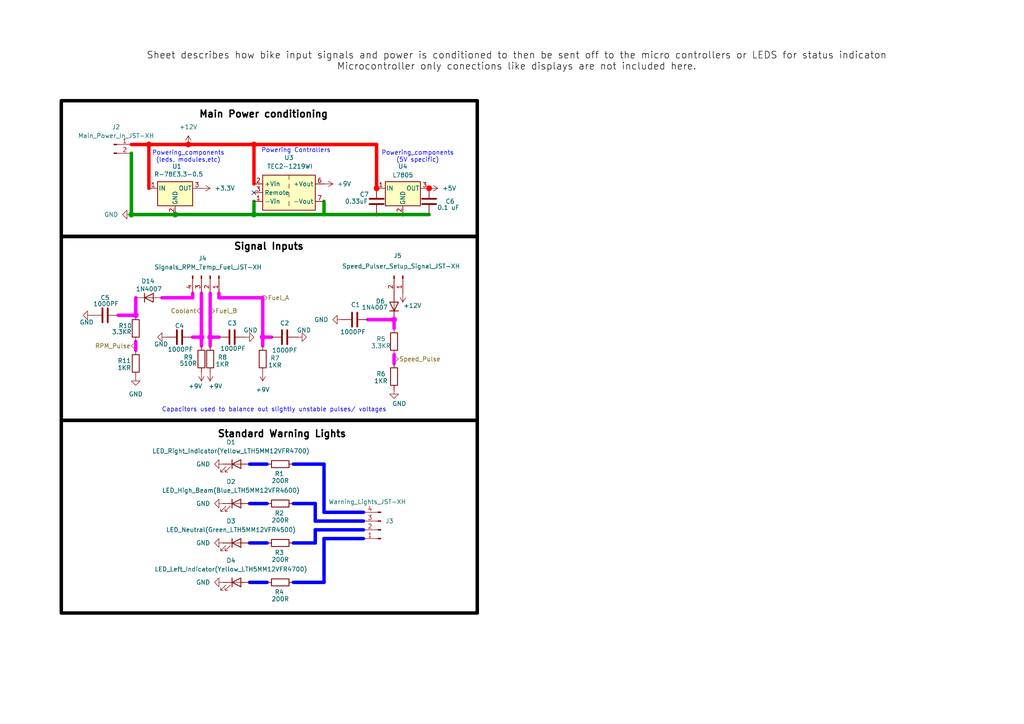
<source format=kicad_sch>
(kicad_sch
	(version 20250114)
	(generator "eeschema")
	(generator_version "9.0")
	(uuid "f9a1e438-2bb8-4d75-ba23-23742c1afa39")
	(paper "A4")
	(title_block
		(title "Full CBR125RW6 Dash Project Schematic")
		(rev "1")
		(company "Ethan Sousa Projects")
	)
	(lib_symbols
		(symbol "Connector:Conn_01x02_Pin"
			(pin_names
				(offset 1.016)
				(hide yes)
			)
			(exclude_from_sim no)
			(in_bom yes)
			(on_board yes)
			(property "Reference" "J"
				(at 0 2.54 0)
				(effects
					(font
						(size 1.27 1.27)
					)
				)
			)
			(property "Value" "Conn_01x02_Pin"
				(at 0 -5.08 0)
				(effects
					(font
						(size 1.27 1.27)
					)
				)
			)
			(property "Footprint" ""
				(at 0 0 0)
				(effects
					(font
						(size 1.27 1.27)
					)
					(hide yes)
				)
			)
			(property "Datasheet" "~"
				(at 0 0 0)
				(effects
					(font
						(size 1.27 1.27)
					)
					(hide yes)
				)
			)
			(property "Description" "Generic connector, single row, 01x02, script generated"
				(at 0 0 0)
				(effects
					(font
						(size 1.27 1.27)
					)
					(hide yes)
				)
			)
			(property "ki_locked" ""
				(at 0 0 0)
				(effects
					(font
						(size 1.27 1.27)
					)
				)
			)
			(property "ki_keywords" "connector"
				(at 0 0 0)
				(effects
					(font
						(size 1.27 1.27)
					)
					(hide yes)
				)
			)
			(property "ki_fp_filters" "Connector*:*_1x??_*"
				(at 0 0 0)
				(effects
					(font
						(size 1.27 1.27)
					)
					(hide yes)
				)
			)
			(symbol "Conn_01x02_Pin_1_1"
				(rectangle
					(start 0.8636 0.127)
					(end 0 -0.127)
					(stroke
						(width 0.1524)
						(type default)
					)
					(fill
						(type outline)
					)
				)
				(rectangle
					(start 0.8636 -2.413)
					(end 0 -2.667)
					(stroke
						(width 0.1524)
						(type default)
					)
					(fill
						(type outline)
					)
				)
				(polyline
					(pts
						(xy 1.27 0) (xy 0.8636 0)
					)
					(stroke
						(width 0.1524)
						(type default)
					)
					(fill
						(type none)
					)
				)
				(polyline
					(pts
						(xy 1.27 -2.54) (xy 0.8636 -2.54)
					)
					(stroke
						(width 0.1524)
						(type default)
					)
					(fill
						(type none)
					)
				)
				(pin passive line
					(at 5.08 0 180)
					(length 3.81)
					(name "Pin_1"
						(effects
							(font
								(size 1.27 1.27)
							)
						)
					)
					(number "1"
						(effects
							(font
								(size 1.27 1.27)
							)
						)
					)
				)
				(pin passive line
					(at 5.08 -2.54 180)
					(length 3.81)
					(name "Pin_2"
						(effects
							(font
								(size 1.27 1.27)
							)
						)
					)
					(number "2"
						(effects
							(font
								(size 1.27 1.27)
							)
						)
					)
				)
			)
			(embedded_fonts no)
		)
		(symbol "Connector:Conn_01x04_Pin"
			(pin_names
				(offset 1.016)
				(hide yes)
			)
			(exclude_from_sim no)
			(in_bom yes)
			(on_board yes)
			(property "Reference" "J"
				(at 0 5.08 0)
				(effects
					(font
						(size 1.27 1.27)
					)
				)
			)
			(property "Value" "Conn_01x04_Pin"
				(at 0 -7.62 0)
				(effects
					(font
						(size 1.27 1.27)
					)
				)
			)
			(property "Footprint" ""
				(at 0 0 0)
				(effects
					(font
						(size 1.27 1.27)
					)
					(hide yes)
				)
			)
			(property "Datasheet" "~"
				(at 0 0 0)
				(effects
					(font
						(size 1.27 1.27)
					)
					(hide yes)
				)
			)
			(property "Description" "Generic connector, single row, 01x04, script generated"
				(at 0 0 0)
				(effects
					(font
						(size 1.27 1.27)
					)
					(hide yes)
				)
			)
			(property "ki_locked" ""
				(at 0 0 0)
				(effects
					(font
						(size 1.27 1.27)
					)
				)
			)
			(property "ki_keywords" "connector"
				(at 0 0 0)
				(effects
					(font
						(size 1.27 1.27)
					)
					(hide yes)
				)
			)
			(property "ki_fp_filters" "Connector*:*_1x??_*"
				(at 0 0 0)
				(effects
					(font
						(size 1.27 1.27)
					)
					(hide yes)
				)
			)
			(symbol "Conn_01x04_Pin_1_1"
				(rectangle
					(start 0.8636 2.667)
					(end 0 2.413)
					(stroke
						(width 0.1524)
						(type default)
					)
					(fill
						(type outline)
					)
				)
				(rectangle
					(start 0.8636 0.127)
					(end 0 -0.127)
					(stroke
						(width 0.1524)
						(type default)
					)
					(fill
						(type outline)
					)
				)
				(rectangle
					(start 0.8636 -2.413)
					(end 0 -2.667)
					(stroke
						(width 0.1524)
						(type default)
					)
					(fill
						(type outline)
					)
				)
				(rectangle
					(start 0.8636 -4.953)
					(end 0 -5.207)
					(stroke
						(width 0.1524)
						(type default)
					)
					(fill
						(type outline)
					)
				)
				(polyline
					(pts
						(xy 1.27 2.54) (xy 0.8636 2.54)
					)
					(stroke
						(width 0.1524)
						(type default)
					)
					(fill
						(type none)
					)
				)
				(polyline
					(pts
						(xy 1.27 0) (xy 0.8636 0)
					)
					(stroke
						(width 0.1524)
						(type default)
					)
					(fill
						(type none)
					)
				)
				(polyline
					(pts
						(xy 1.27 -2.54) (xy 0.8636 -2.54)
					)
					(stroke
						(width 0.1524)
						(type default)
					)
					(fill
						(type none)
					)
				)
				(polyline
					(pts
						(xy 1.27 -5.08) (xy 0.8636 -5.08)
					)
					(stroke
						(width 0.1524)
						(type default)
					)
					(fill
						(type none)
					)
				)
				(pin passive line
					(at 5.08 2.54 180)
					(length 3.81)
					(name "Pin_1"
						(effects
							(font
								(size 1.27 1.27)
							)
						)
					)
					(number "1"
						(effects
							(font
								(size 1.27 1.27)
							)
						)
					)
				)
				(pin passive line
					(at 5.08 0 180)
					(length 3.81)
					(name "Pin_2"
						(effects
							(font
								(size 1.27 1.27)
							)
						)
					)
					(number "2"
						(effects
							(font
								(size 1.27 1.27)
							)
						)
					)
				)
				(pin passive line
					(at 5.08 -2.54 180)
					(length 3.81)
					(name "Pin_3"
						(effects
							(font
								(size 1.27 1.27)
							)
						)
					)
					(number "3"
						(effects
							(font
								(size 1.27 1.27)
							)
						)
					)
				)
				(pin passive line
					(at 5.08 -5.08 180)
					(length 3.81)
					(name "Pin_4"
						(effects
							(font
								(size 1.27 1.27)
							)
						)
					)
					(number "4"
						(effects
							(font
								(size 1.27 1.27)
							)
						)
					)
				)
			)
			(embedded_fonts no)
		)
		(symbol "Converter_DCDC:TEC2-1219WI"
			(exclude_from_sim no)
			(in_bom yes)
			(on_board yes)
			(property "Reference" "U"
				(at -6.858 6.35 0)
				(effects
					(font
						(size 1.27 1.27)
					)
				)
			)
			(property "Value" "TEC2-1219WI"
				(at 1.524 6.35 0)
				(effects
					(font
						(size 1.27 1.27)
					)
				)
			)
			(property "Footprint" "Converter_DCDC:Converter_DCDC_TRACO_TMR-xxxx_THT"
				(at 0 -6.604 0)
				(effects
					(font
						(size 1.27 1.27)
					)
					(hide yes)
				)
			)
			(property "Datasheet" "https://www.tracopower.com/products/tec2wi.pdf"
				(at 0 -8.89 0)
				(effects
					(font
						(size 1.27 1.27)
					)
					(hide yes)
				)
			)
			(property "Description" "2W DC/DC industrial converter regulated, 4.5-18V input, 9V fixed output voltage, 222mA output, 1.6kVDC isolation, SIP-8"
				(at 0 0 0)
				(effects
					(font
						(size 1.27 1.27)
					)
					(hide yes)
				)
			)
			(property "ki_keywords" "Traco isolated dc-dc 62368-1 single"
				(at 0 0 0)
				(effects
					(font
						(size 1.27 1.27)
					)
					(hide yes)
				)
			)
			(property "ki_fp_filters" "Converter*DCDC*TRACO*TMR*xxxx*"
				(at 0 0 0)
				(effects
					(font
						(size 1.27 1.27)
					)
					(hide yes)
				)
			)
			(symbol "TEC2-1219WI_0_0"
				(pin power_in line
					(at -10.16 2.54 0)
					(length 2.54)
					(name "+Vin"
						(effects
							(font
								(size 1.27 1.27)
							)
						)
					)
					(number "2"
						(effects
							(font
								(size 1.27 1.27)
							)
						)
					)
				)
				(pin power_in line
					(at -10.16 -2.54 0)
					(length 2.54)
					(name "-Vin"
						(effects
							(font
								(size 1.27 1.27)
							)
						)
					)
					(number "1"
						(effects
							(font
								(size 1.27 1.27)
							)
						)
					)
				)
				(pin no_connect line
					(at -1.27 -5.08 90)
					(length 2.54)
					(hide yes)
					(name "NC"
						(effects
							(font
								(size 1.27 1.27)
							)
						)
					)
					(number "5"
						(effects
							(font
								(size 1.27 1.27)
							)
						)
					)
				)
				(pin no_connect line
					(at 1.27 -5.08 90)
					(length 2.54)
					(hide yes)
					(name "NC"
						(effects
							(font
								(size 1.27 1.27)
							)
						)
					)
					(number "8"
						(effects
							(font
								(size 1.27 1.27)
							)
						)
					)
				)
				(pin power_out line
					(at 10.16 2.54 180)
					(length 2.54)
					(name "+Vout"
						(effects
							(font
								(size 1.27 1.27)
							)
						)
					)
					(number "6"
						(effects
							(font
								(size 1.27 1.27)
							)
						)
					)
				)
				(pin power_out line
					(at 10.16 -2.54 180)
					(length 2.54)
					(name "-Vout"
						(effects
							(font
								(size 1.27 1.27)
							)
						)
					)
					(number "7"
						(effects
							(font
								(size 1.27 1.27)
							)
						)
					)
				)
			)
			(symbol "TEC2-1219WI_0_1"
				(rectangle
					(start -7.62 5.08)
					(end 7.62 -5.08)
					(stroke
						(width 0.254)
						(type default)
					)
					(fill
						(type background)
					)
				)
				(polyline
					(pts
						(xy 0 5.08) (xy 0 3.81)
					)
					(stroke
						(width 0)
						(type default)
					)
					(fill
						(type none)
					)
				)
				(polyline
					(pts
						(xy 0 2.54) (xy 0 1.27)
					)
					(stroke
						(width 0)
						(type default)
					)
					(fill
						(type none)
					)
				)
				(polyline
					(pts
						(xy 0 0) (xy 0 -1.27)
					)
					(stroke
						(width 0)
						(type default)
					)
					(fill
						(type none)
					)
				)
				(polyline
					(pts
						(xy 0 -2.54) (xy 0 -3.81)
					)
					(stroke
						(width 0)
						(type default)
					)
					(fill
						(type none)
					)
				)
			)
			(symbol "TEC2-1219WI_1_0"
				(pin input line
					(at -10.16 0 0)
					(length 2.54)
					(name "Remote"
						(effects
							(font
								(size 1.27 1.27)
							)
						)
					)
					(number "3"
						(effects
							(font
								(size 1.27 1.27)
							)
						)
					)
				)
			)
			(embedded_fonts no)
		)
		(symbol "Device:C"
			(pin_numbers
				(hide yes)
			)
			(pin_names
				(offset 0.254)
			)
			(exclude_from_sim no)
			(in_bom yes)
			(on_board yes)
			(property "Reference" "C"
				(at 0.635 2.54 0)
				(effects
					(font
						(size 1.27 1.27)
					)
					(justify left)
				)
			)
			(property "Value" "C"
				(at 0.635 -2.54 0)
				(effects
					(font
						(size 1.27 1.27)
					)
					(justify left)
				)
			)
			(property "Footprint" ""
				(at 0.9652 -3.81 0)
				(effects
					(font
						(size 1.27 1.27)
					)
					(hide yes)
				)
			)
			(property "Datasheet" "~"
				(at 0 0 0)
				(effects
					(font
						(size 1.27 1.27)
					)
					(hide yes)
				)
			)
			(property "Description" "Unpolarized capacitor"
				(at 0 0 0)
				(effects
					(font
						(size 1.27 1.27)
					)
					(hide yes)
				)
			)
			(property "ki_keywords" "cap capacitor"
				(at 0 0 0)
				(effects
					(font
						(size 1.27 1.27)
					)
					(hide yes)
				)
			)
			(property "ki_fp_filters" "C_*"
				(at 0 0 0)
				(effects
					(font
						(size 1.27 1.27)
					)
					(hide yes)
				)
			)
			(symbol "C_0_1"
				(polyline
					(pts
						(xy -2.032 0.762) (xy 2.032 0.762)
					)
					(stroke
						(width 0.508)
						(type default)
					)
					(fill
						(type none)
					)
				)
				(polyline
					(pts
						(xy -2.032 -0.762) (xy 2.032 -0.762)
					)
					(stroke
						(width 0.508)
						(type default)
					)
					(fill
						(type none)
					)
				)
			)
			(symbol "C_1_1"
				(pin passive line
					(at 0 3.81 270)
					(length 2.794)
					(name "~"
						(effects
							(font
								(size 1.27 1.27)
							)
						)
					)
					(number "1"
						(effects
							(font
								(size 1.27 1.27)
							)
						)
					)
				)
				(pin passive line
					(at 0 -3.81 90)
					(length 2.794)
					(name "~"
						(effects
							(font
								(size 1.27 1.27)
							)
						)
					)
					(number "2"
						(effects
							(font
								(size 1.27 1.27)
							)
						)
					)
				)
			)
			(embedded_fonts no)
		)
		(symbol "Device:LED"
			(pin_numbers
				(hide yes)
			)
			(pin_names
				(offset 1.016)
				(hide yes)
			)
			(exclude_from_sim no)
			(in_bom yes)
			(on_board yes)
			(property "Reference" "D"
				(at 0 2.54 0)
				(effects
					(font
						(size 1.27 1.27)
					)
				)
			)
			(property "Value" "LED"
				(at 0 -2.54 0)
				(effects
					(font
						(size 1.27 1.27)
					)
				)
			)
			(property "Footprint" ""
				(at 0 0 0)
				(effects
					(font
						(size 1.27 1.27)
					)
					(hide yes)
				)
			)
			(property "Datasheet" "~"
				(at 0 0 0)
				(effects
					(font
						(size 1.27 1.27)
					)
					(hide yes)
				)
			)
			(property "Description" "Light emitting diode"
				(at 0 0 0)
				(effects
					(font
						(size 1.27 1.27)
					)
					(hide yes)
				)
			)
			(property "Sim.Pins" "1=K 2=A"
				(at 0 0 0)
				(effects
					(font
						(size 1.27 1.27)
					)
					(hide yes)
				)
			)
			(property "ki_keywords" "LED diode"
				(at 0 0 0)
				(effects
					(font
						(size 1.27 1.27)
					)
					(hide yes)
				)
			)
			(property "ki_fp_filters" "LED* LED_SMD:* LED_THT:*"
				(at 0 0 0)
				(effects
					(font
						(size 1.27 1.27)
					)
					(hide yes)
				)
			)
			(symbol "LED_0_1"
				(polyline
					(pts
						(xy -3.048 -0.762) (xy -4.572 -2.286) (xy -3.81 -2.286) (xy -4.572 -2.286) (xy -4.572 -1.524)
					)
					(stroke
						(width 0)
						(type default)
					)
					(fill
						(type none)
					)
				)
				(polyline
					(pts
						(xy -1.778 -0.762) (xy -3.302 -2.286) (xy -2.54 -2.286) (xy -3.302 -2.286) (xy -3.302 -1.524)
					)
					(stroke
						(width 0)
						(type default)
					)
					(fill
						(type none)
					)
				)
				(polyline
					(pts
						(xy -1.27 0) (xy 1.27 0)
					)
					(stroke
						(width 0)
						(type default)
					)
					(fill
						(type none)
					)
				)
				(polyline
					(pts
						(xy -1.27 -1.27) (xy -1.27 1.27)
					)
					(stroke
						(width 0.254)
						(type default)
					)
					(fill
						(type none)
					)
				)
				(polyline
					(pts
						(xy 1.27 -1.27) (xy 1.27 1.27) (xy -1.27 0) (xy 1.27 -1.27)
					)
					(stroke
						(width 0.254)
						(type default)
					)
					(fill
						(type none)
					)
				)
			)
			(symbol "LED_1_1"
				(pin passive line
					(at -3.81 0 0)
					(length 2.54)
					(name "K"
						(effects
							(font
								(size 1.27 1.27)
							)
						)
					)
					(number "1"
						(effects
							(font
								(size 1.27 1.27)
							)
						)
					)
				)
				(pin passive line
					(at 3.81 0 180)
					(length 2.54)
					(name "A"
						(effects
							(font
								(size 1.27 1.27)
							)
						)
					)
					(number "2"
						(effects
							(font
								(size 1.27 1.27)
							)
						)
					)
				)
			)
			(embedded_fonts no)
		)
		(symbol "Device:R"
			(pin_numbers
				(hide yes)
			)
			(pin_names
				(offset 0)
			)
			(exclude_from_sim no)
			(in_bom yes)
			(on_board yes)
			(property "Reference" "R"
				(at 2.032 0 90)
				(effects
					(font
						(size 1.27 1.27)
					)
				)
			)
			(property "Value" "R"
				(at 0 0 90)
				(effects
					(font
						(size 1.27 1.27)
					)
				)
			)
			(property "Footprint" ""
				(at -1.778 0 90)
				(effects
					(font
						(size 1.27 1.27)
					)
					(hide yes)
				)
			)
			(property "Datasheet" "~"
				(at 0 0 0)
				(effects
					(font
						(size 1.27 1.27)
					)
					(hide yes)
				)
			)
			(property "Description" "Resistor"
				(at 0 0 0)
				(effects
					(font
						(size 1.27 1.27)
					)
					(hide yes)
				)
			)
			(property "ki_keywords" "R res resistor"
				(at 0 0 0)
				(effects
					(font
						(size 1.27 1.27)
					)
					(hide yes)
				)
			)
			(property "ki_fp_filters" "R_*"
				(at 0 0 0)
				(effects
					(font
						(size 1.27 1.27)
					)
					(hide yes)
				)
			)
			(symbol "R_0_1"
				(rectangle
					(start -1.016 -2.54)
					(end 1.016 2.54)
					(stroke
						(width 0.254)
						(type default)
					)
					(fill
						(type none)
					)
				)
			)
			(symbol "R_1_1"
				(pin passive line
					(at 0 3.81 270)
					(length 1.27)
					(name "~"
						(effects
							(font
								(size 1.27 1.27)
							)
						)
					)
					(number "1"
						(effects
							(font
								(size 1.27 1.27)
							)
						)
					)
				)
				(pin passive line
					(at 0 -3.81 90)
					(length 1.27)
					(name "~"
						(effects
							(font
								(size 1.27 1.27)
							)
						)
					)
					(number "2"
						(effects
							(font
								(size 1.27 1.27)
							)
						)
					)
				)
			)
			(embedded_fonts no)
		)
		(symbol "Diode:1N4007"
			(pin_numbers
				(hide yes)
			)
			(pin_names
				(hide yes)
			)
			(exclude_from_sim no)
			(in_bom yes)
			(on_board yes)
			(property "Reference" "D"
				(at 0 2.54 0)
				(effects
					(font
						(size 1.27 1.27)
					)
				)
			)
			(property "Value" "1N4007"
				(at 0 -2.54 0)
				(effects
					(font
						(size 1.27 1.27)
					)
				)
			)
			(property "Footprint" "Diode_THT:D_DO-41_SOD81_P10.16mm_Horizontal"
				(at 0 -4.445 0)
				(effects
					(font
						(size 1.27 1.27)
					)
					(hide yes)
				)
			)
			(property "Datasheet" "http://www.vishay.com/docs/88503/1n4001.pdf"
				(at 0 0 0)
				(effects
					(font
						(size 1.27 1.27)
					)
					(hide yes)
				)
			)
			(property "Description" "1000V 1A General Purpose Rectifier Diode, DO-41"
				(at 0 0 0)
				(effects
					(font
						(size 1.27 1.27)
					)
					(hide yes)
				)
			)
			(property "Sim.Device" "D"
				(at 0 0 0)
				(effects
					(font
						(size 1.27 1.27)
					)
					(hide yes)
				)
			)
			(property "Sim.Pins" "1=K 2=A"
				(at 0 0 0)
				(effects
					(font
						(size 1.27 1.27)
					)
					(hide yes)
				)
			)
			(property "ki_keywords" "diode"
				(at 0 0 0)
				(effects
					(font
						(size 1.27 1.27)
					)
					(hide yes)
				)
			)
			(property "ki_fp_filters" "D*DO?41*"
				(at 0 0 0)
				(effects
					(font
						(size 1.27 1.27)
					)
					(hide yes)
				)
			)
			(symbol "1N4007_0_1"
				(polyline
					(pts
						(xy -1.27 1.27) (xy -1.27 -1.27)
					)
					(stroke
						(width 0.254)
						(type default)
					)
					(fill
						(type none)
					)
				)
				(polyline
					(pts
						(xy 1.27 1.27) (xy 1.27 -1.27) (xy -1.27 0) (xy 1.27 1.27)
					)
					(stroke
						(width 0.254)
						(type default)
					)
					(fill
						(type none)
					)
				)
				(polyline
					(pts
						(xy 1.27 0) (xy -1.27 0)
					)
					(stroke
						(width 0)
						(type default)
					)
					(fill
						(type none)
					)
				)
			)
			(symbol "1N4007_1_1"
				(pin passive line
					(at -3.81 0 0)
					(length 2.54)
					(name "K"
						(effects
							(font
								(size 1.27 1.27)
							)
						)
					)
					(number "1"
						(effects
							(font
								(size 1.27 1.27)
							)
						)
					)
				)
				(pin passive line
					(at 3.81 0 180)
					(length 2.54)
					(name "A"
						(effects
							(font
								(size 1.27 1.27)
							)
						)
					)
					(number "2"
						(effects
							(font
								(size 1.27 1.27)
							)
						)
					)
				)
			)
			(embedded_fonts no)
		)
		(symbol "Regulator_Linear:L7805"
			(pin_names
				(offset 0.254)
			)
			(exclude_from_sim no)
			(in_bom yes)
			(on_board yes)
			(property "Reference" "U"
				(at -3.81 3.175 0)
				(effects
					(font
						(size 1.27 1.27)
					)
				)
			)
			(property "Value" "L7805"
				(at 0 3.175 0)
				(effects
					(font
						(size 1.27 1.27)
					)
					(justify left)
				)
			)
			(property "Footprint" ""
				(at 0.635 -3.81 0)
				(effects
					(font
						(size 1.27 1.27)
						(italic yes)
					)
					(justify left)
					(hide yes)
				)
			)
			(property "Datasheet" "http://www.st.com/content/ccc/resource/technical/document/datasheet/41/4f/b3/b0/12/d4/47/88/CD00000444.pdf/files/CD00000444.pdf/jcr:content/translations/en.CD00000444.pdf"
				(at 0 -1.27 0)
				(effects
					(font
						(size 1.27 1.27)
					)
					(hide yes)
				)
			)
			(property "Description" "Positive 1.5A 35V Linear Regulator, Fixed Output 5V, TO-220/TO-263/TO-252"
				(at 0 0 0)
				(effects
					(font
						(size 1.27 1.27)
					)
					(hide yes)
				)
			)
			(property "ki_keywords" "Voltage Regulator 1.5A Positive"
				(at 0 0 0)
				(effects
					(font
						(size 1.27 1.27)
					)
					(hide yes)
				)
			)
			(property "ki_fp_filters" "TO?252* TO?263* TO?220*"
				(at 0 0 0)
				(effects
					(font
						(size 1.27 1.27)
					)
					(hide yes)
				)
			)
			(symbol "L7805_0_1"
				(rectangle
					(start -5.08 1.905)
					(end 5.08 -5.08)
					(stroke
						(width 0.254)
						(type default)
					)
					(fill
						(type background)
					)
				)
			)
			(symbol "L7805_1_1"
				(pin power_in line
					(at -7.62 0 0)
					(length 2.54)
					(name "IN"
						(effects
							(font
								(size 1.27 1.27)
							)
						)
					)
					(number "1"
						(effects
							(font
								(size 1.27 1.27)
							)
						)
					)
				)
				(pin power_in line
					(at 0 -7.62 90)
					(length 2.54)
					(name "GND"
						(effects
							(font
								(size 1.27 1.27)
							)
						)
					)
					(number "2"
						(effects
							(font
								(size 1.27 1.27)
							)
						)
					)
				)
				(pin power_out line
					(at 7.62 0 180)
					(length 2.54)
					(name "OUT"
						(effects
							(font
								(size 1.27 1.27)
							)
						)
					)
					(number "3"
						(effects
							(font
								(size 1.27 1.27)
							)
						)
					)
				)
			)
			(embedded_fonts no)
		)
		(symbol "Regulator_Switching:R-78E3.3-0.5"
			(pin_names
				(offset 0.254)
			)
			(exclude_from_sim no)
			(in_bom yes)
			(on_board yes)
			(property "Reference" "U"
				(at -3.81 3.175 0)
				(effects
					(font
						(size 1.27 1.27)
					)
				)
			)
			(property "Value" "R-78E3.3-0.5"
				(at 0 3.175 0)
				(effects
					(font
						(size 1.27 1.27)
					)
					(justify left)
				)
			)
			(property "Footprint" "Converter_DCDC:Converter_DCDC_RECOM_R-78E-0.5_THT"
				(at 1.27 -6.35 0)
				(effects
					(font
						(size 1.27 1.27)
						(italic yes)
					)
					(justify left)
					(hide yes)
				)
			)
			(property "Datasheet" "https://www.recom-power.com/pdf/Innoline/R-78Exx-0.5.pdf"
				(at 0 0 0)
				(effects
					(font
						(size 1.27 1.27)
					)
					(hide yes)
				)
			)
			(property "Description" "500mA Step-Down DC/DC-Regulator, 6-28V input, 3.3V fixed Output Voltage, LM78xx replacement, -40°C to +85°C, SIP3"
				(at 0 0 0)
				(effects
					(font
						(size 1.27 1.27)
					)
					(hide yes)
				)
			)
			(property "ki_keywords" "dc-dc recom Step-Down DC/DC-Regulator"
				(at 0 0 0)
				(effects
					(font
						(size 1.27 1.27)
					)
					(hide yes)
				)
			)
			(property "ki_fp_filters" "Converter*DCDC*RECOM*R*78E*0.5*"
				(at 0 0 0)
				(effects
					(font
						(size 1.27 1.27)
					)
					(hide yes)
				)
			)
			(symbol "R-78E3.3-0.5_0_1"
				(rectangle
					(start -5.08 1.905)
					(end 5.08 -5.08)
					(stroke
						(width 0.254)
						(type default)
					)
					(fill
						(type background)
					)
				)
			)
			(symbol "R-78E3.3-0.5_1_1"
				(pin power_in line
					(at -7.62 0 0)
					(length 2.54)
					(name "IN"
						(effects
							(font
								(size 1.27 1.27)
							)
						)
					)
					(number "1"
						(effects
							(font
								(size 1.27 1.27)
							)
						)
					)
				)
				(pin power_in line
					(at 0 -7.62 90)
					(length 2.54)
					(name "GND"
						(effects
							(font
								(size 1.27 1.27)
							)
						)
					)
					(number "2"
						(effects
							(font
								(size 1.27 1.27)
							)
						)
					)
				)
				(pin power_out line
					(at 7.62 0 180)
					(length 2.54)
					(name "OUT"
						(effects
							(font
								(size 1.27 1.27)
							)
						)
					)
					(number "3"
						(effects
							(font
								(size 1.27 1.27)
							)
						)
					)
				)
			)
			(embedded_fonts no)
		)
		(symbol "power:+12V"
			(power)
			(pin_numbers
				(hide yes)
			)
			(pin_names
				(offset 0)
				(hide yes)
			)
			(exclude_from_sim no)
			(in_bom yes)
			(on_board yes)
			(property "Reference" "#PWR"
				(at 0 -3.81 0)
				(effects
					(font
						(size 1.27 1.27)
					)
					(hide yes)
				)
			)
			(property "Value" "+12V"
				(at 0 3.556 0)
				(effects
					(font
						(size 1.27 1.27)
					)
				)
			)
			(property "Footprint" ""
				(at 0 0 0)
				(effects
					(font
						(size 1.27 1.27)
					)
					(hide yes)
				)
			)
			(property "Datasheet" ""
				(at 0 0 0)
				(effects
					(font
						(size 1.27 1.27)
					)
					(hide yes)
				)
			)
			(property "Description" "Power symbol creates a global label with name \"+12V\""
				(at 0 0 0)
				(effects
					(font
						(size 1.27 1.27)
					)
					(hide yes)
				)
			)
			(property "ki_keywords" "global power"
				(at 0 0 0)
				(effects
					(font
						(size 1.27 1.27)
					)
					(hide yes)
				)
			)
			(symbol "+12V_0_1"
				(polyline
					(pts
						(xy -0.762 1.27) (xy 0 2.54)
					)
					(stroke
						(width 0)
						(type default)
					)
					(fill
						(type none)
					)
				)
				(polyline
					(pts
						(xy 0 2.54) (xy 0.762 1.27)
					)
					(stroke
						(width 0)
						(type default)
					)
					(fill
						(type none)
					)
				)
				(polyline
					(pts
						(xy 0 0) (xy 0 2.54)
					)
					(stroke
						(width 0)
						(type default)
					)
					(fill
						(type none)
					)
				)
			)
			(symbol "+12V_1_1"
				(pin power_in line
					(at 0 0 90)
					(length 0)
					(name "~"
						(effects
							(font
								(size 1.27 1.27)
							)
						)
					)
					(number "1"
						(effects
							(font
								(size 1.27 1.27)
							)
						)
					)
				)
			)
			(embedded_fonts no)
		)
		(symbol "power:+3.3V"
			(power)
			(pin_numbers
				(hide yes)
			)
			(pin_names
				(offset 0)
				(hide yes)
			)
			(exclude_from_sim no)
			(in_bom yes)
			(on_board yes)
			(property "Reference" "#PWR"
				(at 0 -3.81 0)
				(effects
					(font
						(size 1.27 1.27)
					)
					(hide yes)
				)
			)
			(property "Value" "+3.3V"
				(at 0 3.556 0)
				(effects
					(font
						(size 1.27 1.27)
					)
				)
			)
			(property "Footprint" ""
				(at 0 0 0)
				(effects
					(font
						(size 1.27 1.27)
					)
					(hide yes)
				)
			)
			(property "Datasheet" ""
				(at 0 0 0)
				(effects
					(font
						(size 1.27 1.27)
					)
					(hide yes)
				)
			)
			(property "Description" "Power symbol creates a global label with name \"+3.3V\""
				(at 0 0 0)
				(effects
					(font
						(size 1.27 1.27)
					)
					(hide yes)
				)
			)
			(property "ki_keywords" "global power"
				(at 0 0 0)
				(effects
					(font
						(size 1.27 1.27)
					)
					(hide yes)
				)
			)
			(symbol "+3.3V_0_1"
				(polyline
					(pts
						(xy -0.762 1.27) (xy 0 2.54)
					)
					(stroke
						(width 0)
						(type default)
					)
					(fill
						(type none)
					)
				)
				(polyline
					(pts
						(xy 0 2.54) (xy 0.762 1.27)
					)
					(stroke
						(width 0)
						(type default)
					)
					(fill
						(type none)
					)
				)
				(polyline
					(pts
						(xy 0 0) (xy 0 2.54)
					)
					(stroke
						(width 0)
						(type default)
					)
					(fill
						(type none)
					)
				)
			)
			(symbol "+3.3V_1_1"
				(pin power_in line
					(at 0 0 90)
					(length 0)
					(name "~"
						(effects
							(font
								(size 1.27 1.27)
							)
						)
					)
					(number "1"
						(effects
							(font
								(size 1.27 1.27)
							)
						)
					)
				)
			)
			(embedded_fonts no)
		)
		(symbol "power:+5V"
			(power)
			(pin_numbers
				(hide yes)
			)
			(pin_names
				(offset 0)
				(hide yes)
			)
			(exclude_from_sim no)
			(in_bom yes)
			(on_board yes)
			(property "Reference" "#PWR"
				(at 0 -3.81 0)
				(effects
					(font
						(size 1.27 1.27)
					)
					(hide yes)
				)
			)
			(property "Value" "+5V"
				(at 0 3.556 0)
				(effects
					(font
						(size 1.27 1.27)
					)
				)
			)
			(property "Footprint" ""
				(at 0 0 0)
				(effects
					(font
						(size 1.27 1.27)
					)
					(hide yes)
				)
			)
			(property "Datasheet" ""
				(at 0 0 0)
				(effects
					(font
						(size 1.27 1.27)
					)
					(hide yes)
				)
			)
			(property "Description" "Power symbol creates a global label with name \"+5V\""
				(at 0 0 0)
				(effects
					(font
						(size 1.27 1.27)
					)
					(hide yes)
				)
			)
			(property "ki_keywords" "global power"
				(at 0 0 0)
				(effects
					(font
						(size 1.27 1.27)
					)
					(hide yes)
				)
			)
			(symbol "+5V_0_1"
				(polyline
					(pts
						(xy -0.762 1.27) (xy 0 2.54)
					)
					(stroke
						(width 0)
						(type default)
					)
					(fill
						(type none)
					)
				)
				(polyline
					(pts
						(xy 0 2.54) (xy 0.762 1.27)
					)
					(stroke
						(width 0)
						(type default)
					)
					(fill
						(type none)
					)
				)
				(polyline
					(pts
						(xy 0 0) (xy 0 2.54)
					)
					(stroke
						(width 0)
						(type default)
					)
					(fill
						(type none)
					)
				)
			)
			(symbol "+5V_1_1"
				(pin power_in line
					(at 0 0 90)
					(length 0)
					(name "~"
						(effects
							(font
								(size 1.27 1.27)
							)
						)
					)
					(number "1"
						(effects
							(font
								(size 1.27 1.27)
							)
						)
					)
				)
			)
			(embedded_fonts no)
		)
		(symbol "power:+9V"
			(power)
			(pin_numbers
				(hide yes)
			)
			(pin_names
				(offset 0)
				(hide yes)
			)
			(exclude_from_sim no)
			(in_bom yes)
			(on_board yes)
			(property "Reference" "#PWR"
				(at 0 -3.81 0)
				(effects
					(font
						(size 1.27 1.27)
					)
					(hide yes)
				)
			)
			(property "Value" "+9V"
				(at 0 3.556 0)
				(effects
					(font
						(size 1.27 1.27)
					)
				)
			)
			(property "Footprint" ""
				(at 0 0 0)
				(effects
					(font
						(size 1.27 1.27)
					)
					(hide yes)
				)
			)
			(property "Datasheet" ""
				(at 0 0 0)
				(effects
					(font
						(size 1.27 1.27)
					)
					(hide yes)
				)
			)
			(property "Description" "Power symbol creates a global label with name \"+9V\""
				(at 0 0 0)
				(effects
					(font
						(size 1.27 1.27)
					)
					(hide yes)
				)
			)
			(property "ki_keywords" "global power"
				(at 0 0 0)
				(effects
					(font
						(size 1.27 1.27)
					)
					(hide yes)
				)
			)
			(symbol "+9V_0_1"
				(polyline
					(pts
						(xy -0.762 1.27) (xy 0 2.54)
					)
					(stroke
						(width 0)
						(type default)
					)
					(fill
						(type none)
					)
				)
				(polyline
					(pts
						(xy 0 2.54) (xy 0.762 1.27)
					)
					(stroke
						(width 0)
						(type default)
					)
					(fill
						(type none)
					)
				)
				(polyline
					(pts
						(xy 0 0) (xy 0 2.54)
					)
					(stroke
						(width 0)
						(type default)
					)
					(fill
						(type none)
					)
				)
			)
			(symbol "+9V_1_1"
				(pin power_in line
					(at 0 0 90)
					(length 0)
					(name "~"
						(effects
							(font
								(size 1.27 1.27)
							)
						)
					)
					(number "1"
						(effects
							(font
								(size 1.27 1.27)
							)
						)
					)
				)
			)
			(embedded_fonts no)
		)
		(symbol "power:GND"
			(power)
			(pin_numbers
				(hide yes)
			)
			(pin_names
				(offset 0)
				(hide yes)
			)
			(exclude_from_sim no)
			(in_bom yes)
			(on_board yes)
			(property "Reference" "#PWR"
				(at 0 -6.35 0)
				(effects
					(font
						(size 1.27 1.27)
					)
					(hide yes)
				)
			)
			(property "Value" "GND"
				(at 0 -3.81 0)
				(effects
					(font
						(size 1.27 1.27)
					)
				)
			)
			(property "Footprint" ""
				(at 0 0 0)
				(effects
					(font
						(size 1.27 1.27)
					)
					(hide yes)
				)
			)
			(property "Datasheet" ""
				(at 0 0 0)
				(effects
					(font
						(size 1.27 1.27)
					)
					(hide yes)
				)
			)
			(property "Description" "Power symbol creates a global label with name \"GND\" , ground"
				(at 0 0 0)
				(effects
					(font
						(size 1.27 1.27)
					)
					(hide yes)
				)
			)
			(property "ki_keywords" "global power"
				(at 0 0 0)
				(effects
					(font
						(size 1.27 1.27)
					)
					(hide yes)
				)
			)
			(symbol "GND_0_1"
				(polyline
					(pts
						(xy 0 0) (xy 0 -1.27) (xy 1.27 -1.27) (xy 0 -2.54) (xy -1.27 -1.27) (xy 0 -1.27)
					)
					(stroke
						(width 0)
						(type default)
					)
					(fill
						(type none)
					)
				)
			)
			(symbol "GND_1_1"
				(pin power_in line
					(at 0 0 270)
					(length 0)
					(name "~"
						(effects
							(font
								(size 1.27 1.27)
							)
						)
					)
					(number "1"
						(effects
							(font
								(size 1.27 1.27)
							)
						)
					)
				)
			)
			(embedded_fonts no)
		)
	)
	(rectangle
		(start 17.78 29.21)
		(end 138.43 68.58)
		(stroke
			(width 1)
			(type solid)
			(color 0 0 0 1)
		)
		(fill
			(type none)
		)
		(uuid 0b9d5c1c-6cf0-45f2-992d-dda5442566f4)
	)
	(rectangle
		(start 17.78 68.58)
		(end 138.43 121.92)
		(stroke
			(width 1)
			(type solid)
			(color 0 0 0 1)
		)
		(fill
			(type none)
		)
		(uuid 0de80283-16f2-47c8-99a7-c02e63a3802a)
	)
	(rectangle
		(start 17.78 121.92)
		(end 138.43 177.8)
		(stroke
			(width 1)
			(type solid)
			(color 0 0 0 1)
		)
		(fill
			(type none)
		)
		(uuid b369d24b-103f-456d-bce6-0b0e33367b27)
	)
	(text "Capacitors used to balance out slightly unstable pulses/ voltages"
		(exclude_from_sim no)
		(at 79.502 118.872 0)
		(effects
			(font
				(size 1.27 1.27)
				(color 0 0 255 1)
			)
		)
		(uuid "292348b3-5575-42a5-b88c-4eeedb284946")
	)
	(text "Powering_components\n(leds, modules,etc)"
		(exclude_from_sim no)
		(at 54.61 45.466 0)
		(effects
			(font
				(size 1.27 1.27)
				(color 0 0 255 1)
			)
		)
		(uuid "2dbc5196-34c1-4e9f-9602-e0bda2eb393b")
	)
	(text "Standard Warning Lights"
		(exclude_from_sim no)
		(at 81.788 125.984 0)
		(effects
			(font
				(size 2 2)
				(thickness 0.4)
				(bold yes)
				(color 0 0 0 1)
			)
		)
		(uuid "4268a649-23d6-4908-8793-8a8ebd5abdbb")
	)
	(text "Signal Inputs"
		(exclude_from_sim no)
		(at 77.978 71.628 0)
		(effects
			(font
				(size 2 2)
				(thickness 0.4)
				(bold yes)
				(color 0 0 0 1)
			)
		)
		(uuid "7290a7c2-5f01-4c34-9a5f-76c1b8c76ae0")
	)
	(text "Sheet describes how bike input signals and power is conditioned to then be sent off to the micro controllers or LEDS for status indicaton\nMicrocontroller only conections like displays are not included here."
		(exclude_from_sim no)
		(at 149.86 17.78 0)
		(effects
			(font
				(size 2 2)
				(color 0 0 0 1)
			)
		)
		(uuid "a0868030-f353-4e07-ba95-22e1357fac36")
	)
	(text "Main Power conditioning"
		(exclude_from_sim no)
		(at 76.454 33.274 0)
		(effects
			(font
				(size 2 2)
				(thickness 0.4)
				(bold yes)
				(color 0 0 0 1)
			)
		)
		(uuid "a1ae570a-a78b-46e4-a94f-2fc02927b382")
	)
	(text "Powering Controllers"
		(exclude_from_sim no)
		(at 85.852 43.688 0)
		(effects
			(font
				(size 1.27 1.27)
				(color 0 0 255 1)
			)
		)
		(uuid "a34af60c-729c-4af3-ba42-6c6691673d79")
	)
	(text "Powering_components\n(5V specific)"
		(exclude_from_sim no)
		(at 121.158 45.466 0)
		(effects
			(font
				(size 1.27 1.27)
				(color 0 0 255 1)
			)
		)
		(uuid "b1ee3229-1473-48a8-9377-d04165d99981")
	)
	(junction
		(at 73.66 62.23)
		(diameter 1.5)
		(color 0 0 0 0)
		(uuid "0ab5d81d-8741-4045-a908-190a77d23ee7")
	)
	(junction
		(at 114.3 92.71)
		(diameter 1.5)
		(color 255 0 255 1)
		(uuid "1e3bd8cc-61b0-4603-be07-3ade0e9c8fae")
	)
	(junction
		(at 39.37 91.44)
		(diameter 1.5)
		(color 255 0 255 1)
		(uuid "3c6e12c9-9b29-4371-9c70-b18826ce72f5")
	)
	(junction
		(at 73.66 41.91)
		(diameter 1.5)
		(color 255 0 0 1)
		(uuid "47cc60ae-49c8-473c-82c9-cbf920cc88ee")
	)
	(junction
		(at 93.98 62.23)
		(diameter 0)
		(color 0 0 0 0)
		(uuid "4a841cfe-2e7f-4f76-b003-dc256238fb6b")
	)
	(junction
		(at 76.2 97.79)
		(diameter 1.5)
		(color 255 0 255 1)
		(uuid "5831e6fe-1753-4844-8dfd-bc5ce3cdca43")
	)
	(junction
		(at 116.84 62.23)
		(diameter 0)
		(color 0 0 0 0)
		(uuid "5cfaa4a6-9dae-4ffb-a422-d81343745839")
	)
	(junction
		(at 109.22 54.61)
		(diameter 1.5)
		(color 255 0 0 1)
		(uuid "7de67fc5-b2c8-4c8d-967a-12c1fdd29890")
	)
	(junction
		(at 54.61 41.91)
		(diameter 1.5)
		(color 255 0 0 1)
		(uuid "90bbfda3-2f37-4f7b-add7-91b4c3c1e061")
	)
	(junction
		(at 58.42 97.79)
		(diameter 1.5)
		(color 255 0 255 1)
		(uuid "9c45c2b1-83be-4b20-aa79-f13e653c9692")
	)
	(junction
		(at 124.46 54.61)
		(diameter 1.5)
		(color 255 0 0 1)
		(uuid "a60d6475-c996-40f4-8478-5c97f6e786c7")
	)
	(junction
		(at 43.18 41.91)
		(diameter 1.5)
		(color 255 0 0 1)
		(uuid "bd1ae33e-7906-4d81-93e2-da4914ccc1d7")
	)
	(junction
		(at 50.8 62.23)
		(diameter 1.5)
		(color 0 0 0 0)
		(uuid "c34145e6-4f97-4f6f-aa1a-789ee9ec3015")
	)
	(junction
		(at 38.1 62.23)
		(diameter 1.5)
		(color 0 0 0 0)
		(uuid "cb0d1a86-85cc-4338-b3aa-538e33c91203")
	)
	(junction
		(at 60.96 97.79)
		(diameter 1.5)
		(color 255 0 255 1)
		(uuid "e63b5ec9-933c-4972-8990-ba468d3264f1")
	)
	(junction
		(at 109.22 62.23)
		(diameter 0)
		(color 0 0 0 0)
		(uuid "e857d390-4ac3-4308-830a-98047de4359a")
	)
	(no_connect
		(at 73.66 55.88)
		(uuid "d55b5852-b8bb-480f-8afb-231e75ac3f38")
	)
	(wire
		(pts
			(xy 114.3 92.71) (xy 114.3 95.25)
		)
		(stroke
			(width 1)
			(type default)
			(color 255 0 255 1)
		)
		(uuid "005afccd-e8d1-4a7b-9b02-3b93287adbbe")
	)
	(wire
		(pts
			(xy 38.1 44.45) (xy 38.1 62.23)
		)
		(stroke
			(width 1)
			(type default)
		)
		(uuid "0f3e586c-249c-454f-a7e1-e3d1db897c07")
	)
	(wire
		(pts
			(xy 55.88 97.79) (xy 58.42 97.79)
		)
		(stroke
			(width 1)
			(type default)
			(color 255 0 255 1)
		)
		(uuid "162581c0-9c92-4908-a9ac-c9de253c5325")
	)
	(wire
		(pts
			(xy 46.99 86.36) (xy 55.88 86.36)
		)
		(stroke
			(width 1)
			(type default)
			(color 255 0 255 1)
		)
		(uuid "1dadf81c-3b5f-4e73-aebc-d7eef4459d31")
	)
	(wire
		(pts
			(xy 93.98 134.62) (xy 85.09 134.62)
		)
		(stroke
			(width 1)
			(type default)
			(color 0 0 255 1)
		)
		(uuid "1df56024-392b-4b0c-970e-c376400ccf63")
	)
	(wire
		(pts
			(xy 39.37 86.36) (xy 39.37 91.44)
		)
		(stroke
			(width 1)
			(type default)
			(color 255 0 255 1)
		)
		(uuid "27a1df8f-b3e3-4deb-a5f4-2bbba4192795")
	)
	(wire
		(pts
			(xy 91.44 153.67) (xy 91.44 157.48)
		)
		(stroke
			(width 1)
			(type default)
			(color 0 0 255 1)
		)
		(uuid "2ae70b31-b278-4abe-ba50-656ce0a11664")
	)
	(wire
		(pts
			(xy 93.98 58.42) (xy 93.98 62.23)
		)
		(stroke
			(width 1)
			(type default)
		)
		(uuid "2c3b982f-6655-458e-81b7-33122312b39a")
	)
	(wire
		(pts
			(xy 50.8 62.23) (xy 73.66 62.23)
		)
		(stroke
			(width 1)
			(type default)
		)
		(uuid "2d76e8c8-7be0-4d3d-93ef-4986996fbc1e")
	)
	(wire
		(pts
			(xy 54.61 41.91) (xy 43.18 41.91)
		)
		(stroke
			(width 1)
			(type default)
			(color 255 0 0 1)
		)
		(uuid "30fb5fa0-78cb-4819-8be1-613ff9898db4")
	)
	(wire
		(pts
			(xy 91.44 151.13) (xy 91.44 146.05)
		)
		(stroke
			(width 1)
			(type default)
			(color 0 0 255 1)
		)
		(uuid "36587bab-85c2-46a1-8767-da765c1950fb")
	)
	(wire
		(pts
			(xy 63.5 85.09) (xy 63.5 86.36)
		)
		(stroke
			(width 1)
			(type default)
			(color 255 0 255 1)
		)
		(uuid "37b55978-9788-4ad1-8f33-445a5c459d06")
	)
	(wire
		(pts
			(xy 93.98 62.23) (xy 109.22 62.23)
		)
		(stroke
			(width 1)
			(type default)
		)
		(uuid "3b82bb72-9191-41ca-bcd6-cefbd78e93c1")
	)
	(wire
		(pts
			(xy 55.88 86.36) (xy 55.88 85.09)
		)
		(stroke
			(width 1)
			(type default)
			(color 255 0 255 1)
		)
		(uuid "3f272bb8-b8e4-4665-b0be-c8456e8c9acb")
	)
	(wire
		(pts
			(xy 73.66 62.23) (xy 93.98 62.23)
		)
		(stroke
			(width 1)
			(type default)
		)
		(uuid "43938b6d-9e96-4a52-b7f3-e2235e94ae53")
	)
	(wire
		(pts
			(xy 76.2 86.36) (xy 76.2 97.79)
		)
		(stroke
			(width 1)
			(type default)
			(color 255 0 255 1)
		)
		(uuid "45d50439-ee8b-47a9-a7d0-ac64a1efa34d")
	)
	(wire
		(pts
			(xy 106.68 92.71) (xy 114.3 92.71)
		)
		(stroke
			(width 1)
			(type default)
			(color 255 0 255 1)
		)
		(uuid "489e9c68-f050-448b-bd08-90e7fdd09b5b")
	)
	(wire
		(pts
			(xy 93.98 156.21) (xy 105.41 156.21)
		)
		(stroke
			(width 1)
			(type default)
			(color 0 0 255 1)
		)
		(uuid "5139e606-844f-4625-bfe4-1d8c6b18bb02")
	)
	(wire
		(pts
			(xy 38.1 62.23) (xy 50.8 62.23)
		)
		(stroke
			(width 1)
			(type default)
		)
		(uuid "528f1118-9348-4b45-a3fd-6795eb6e01e6")
	)
	(wire
		(pts
			(xy 105.41 148.59) (xy 93.98 148.59)
		)
		(stroke
			(width 1)
			(type default)
			(color 0 0 255 1)
		)
		(uuid "55f53d23-88f0-4dc0-9f0a-03aad8928afc")
	)
	(wire
		(pts
			(xy 63.5 86.36) (xy 76.2 86.36)
		)
		(stroke
			(width 1)
			(type default)
			(color 255 0 255 1)
		)
		(uuid "57adf40f-7f3b-4a06-8689-4ee2ef41f4b4")
	)
	(wire
		(pts
			(xy 109.22 41.91) (xy 109.22 54.61)
		)
		(stroke
			(width 1)
			(type default)
			(color 255 0 0 1)
		)
		(uuid "5ac5eec9-eae8-45d2-abdd-165575dced82")
	)
	(wire
		(pts
			(xy 91.44 146.05) (xy 85.09 146.05)
		)
		(stroke
			(width 1)
			(type default)
			(color 0 0 255 1)
		)
		(uuid "6aef8f66-6ff4-409e-b5fe-f842c4fb6bae")
	)
	(wire
		(pts
			(xy 60.96 97.79) (xy 60.96 100.33)
		)
		(stroke
			(width 1)
			(type default)
			(color 255 0 255 1)
		)
		(uuid "6c407a7c-6e60-4c01-abd8-b95e60ebfb62")
	)
	(wire
		(pts
			(xy 73.66 41.91) (xy 109.22 41.91)
		)
		(stroke
			(width 1)
			(type default)
			(color 255 0 0 1)
		)
		(uuid "6d3b8267-38b4-47b7-a14b-a6d0385d22d9")
	)
	(wire
		(pts
			(xy 114.3 102.87) (xy 114.3 105.41)
		)
		(stroke
			(width 1)
			(type default)
			(color 255 0 255 1)
		)
		(uuid "6dd98fb5-b65b-457c-8775-f1ae3c7996f8")
	)
	(wire
		(pts
			(xy 34.29 91.44) (xy 39.37 91.44)
		)
		(stroke
			(width 1)
			(type default)
			(color 255 0 255 1)
		)
		(uuid "6fa64f55-442a-45f3-8cd0-67580cbce646")
	)
	(wire
		(pts
			(xy 78.74 97.79) (xy 76.2 97.79)
		)
		(stroke
			(width 1)
			(type default)
			(color 255 0 255 1)
		)
		(uuid "79e89611-264a-49fc-ab92-5850fd3207a4")
	)
	(wire
		(pts
			(xy 72.39 146.05) (xy 77.47 146.05)
		)
		(stroke
			(width 1)
			(type default)
			(color 0 0 255 1)
		)
		(uuid "7a1afd0b-b4fd-4b5d-a178-e980c2c42776")
	)
	(wire
		(pts
			(xy 72.39 134.62) (xy 77.47 134.62)
		)
		(stroke
			(width 1)
			(type default)
			(color 0 0 255 1)
		)
		(uuid "8424b849-26c3-4524-b97f-a3087569b15c")
	)
	(wire
		(pts
			(xy 72.39 157.48) (xy 77.47 157.48)
		)
		(stroke
			(width 1)
			(type default)
			(color 0 0 255 1)
		)
		(uuid "86e50f47-e759-4b6c-916d-d49fd7a3ab9d")
	)
	(wire
		(pts
			(xy 109.22 62.23) (xy 116.84 62.23)
		)
		(stroke
			(width 1)
			(type default)
		)
		(uuid "8c55fb94-e915-42e4-ae61-a7143f41ac00")
	)
	(wire
		(pts
			(xy 54.61 41.91) (xy 73.66 41.91)
		)
		(stroke
			(width 1)
			(type default)
			(color 255 0 0 1)
		)
		(uuid "90fff8cf-a6a8-49e3-9c46-d2195a065c79")
	)
	(wire
		(pts
			(xy 43.18 41.91) (xy 43.18 54.61)
		)
		(stroke
			(width 1)
			(type default)
			(color 255 0 0 1)
		)
		(uuid "974bc953-12a8-4c98-bad2-86e55cb81d43")
	)
	(wire
		(pts
			(xy 60.96 85.09) (xy 60.96 97.79)
		)
		(stroke
			(width 1)
			(type default)
			(color 255 0 255 1)
		)
		(uuid "97b5836b-e4a6-4970-a80d-1bceeed676a2")
	)
	(wire
		(pts
			(xy 93.98 156.21) (xy 93.98 168.91)
		)
		(stroke
			(width 1)
			(type default)
			(color 0 0 255 1)
		)
		(uuid "9d2dfe83-6a79-4d52-b8e3-aab9be0858aa")
	)
	(wire
		(pts
			(xy 105.41 151.13) (xy 91.44 151.13)
		)
		(stroke
			(width 1)
			(type default)
			(color 0 0 255 1)
		)
		(uuid "a2c2ecf3-1dee-4f82-816f-2050872db7d8")
	)
	(wire
		(pts
			(xy 93.98 148.59) (xy 93.98 134.62)
		)
		(stroke
			(width 1)
			(type default)
			(color 0 0 255 1)
		)
		(uuid "a9dcd111-13c9-4b95-999e-74899a150146")
	)
	(wire
		(pts
			(xy 73.66 41.91) (xy 73.66 53.34)
		)
		(stroke
			(width 1)
			(type default)
			(color 255 0 0 1)
		)
		(uuid "ae6e7e59-e41e-45e9-9e5e-dbdd93bab003")
	)
	(wire
		(pts
			(xy 39.37 99.06) (xy 39.37 101.6)
		)
		(stroke
			(width 1)
			(type default)
			(color 255 0 255 1)
		)
		(uuid "b4dc65d4-7105-455f-9d72-90559b390aab")
	)
	(wire
		(pts
			(xy 116.84 62.23) (xy 124.46 62.23)
		)
		(stroke
			(width 1)
			(type default)
		)
		(uuid "b9f4ccda-fed6-4f0c-8551-eb1bd48d2535")
	)
	(wire
		(pts
			(xy 93.98 168.91) (xy 85.09 168.91)
		)
		(stroke
			(width 1)
			(type default)
			(color 0 0 255 1)
		)
		(uuid "bd820670-a5b9-4b8f-9b03-e5e1feedb688")
	)
	(wire
		(pts
			(xy 105.41 153.67) (xy 91.44 153.67)
		)
		(stroke
			(width 1)
			(type default)
			(color 0 0 255 1)
		)
		(uuid "c7b266b3-2771-4b74-b97f-6d1c5012b8bf")
	)
	(wire
		(pts
			(xy 58.42 97.79) (xy 58.42 100.33)
		)
		(stroke
			(width 1)
			(type default)
			(color 255 0 255 1)
		)
		(uuid "c877f846-5b09-4234-8436-d45bec28c3cd")
	)
	(wire
		(pts
			(xy 73.66 58.42) (xy 73.66 62.23)
		)
		(stroke
			(width 1)
			(type default)
		)
		(uuid "c88296cc-94c4-4133-97d5-0459d4b2770a")
	)
	(wire
		(pts
			(xy 72.39 168.91) (xy 77.47 168.91)
		)
		(stroke
			(width 1)
			(type default)
			(color 0 0 255 1)
		)
		(uuid "d81b26b5-75d4-4f17-9a05-db65696cb883")
	)
	(wire
		(pts
			(xy 63.5 97.79) (xy 60.96 97.79)
		)
		(stroke
			(width 1)
			(type default)
			(color 255 0 255 1)
		)
		(uuid "e28add3f-27c0-47e6-861c-bd69585d72fb")
	)
	(wire
		(pts
			(xy 58.42 85.09) (xy 58.42 97.79)
		)
		(stroke
			(width 1)
			(type default)
			(color 255 0 255 1)
		)
		(uuid "eda25d97-951e-42a0-a140-84a5440c47af")
	)
	(wire
		(pts
			(xy 76.2 97.79) (xy 76.2 100.33)
		)
		(stroke
			(width 1)
			(type default)
			(color 255 0 255 1)
		)
		(uuid "fafbe6fc-cf08-4ffe-82aa-ac6d3d9a009c")
	)
	(wire
		(pts
			(xy 38.1 41.91) (xy 43.18 41.91)
		)
		(stroke
			(width 1)
			(type default)
			(color 255 0 0 1)
		)
		(uuid "ff148262-ad90-46bf-adac-bab35652d6c7")
	)
	(wire
		(pts
			(xy 91.44 157.48) (xy 85.09 157.48)
		)
		(stroke
			(width 1)
			(type default)
			(color 0 0 255 1)
		)
		(uuid "ff822bcc-9d6d-4052-b772-d24aed381109")
	)
	(hierarchical_label "Fuel_A"
		(shape output)
		(at 76.2 86.36 0)
		(effects
			(font
				(size 1.27 1.27)
			)
			(justify left)
		)
		(uuid "19f39dd0-b7c2-42e8-af00-29dc2febad45")
	)
	(hierarchical_label "Fuel_B"
		(shape output)
		(at 60.96 90.17 0)
		(effects
			(font
				(size 1.27 1.27)
			)
			(justify left)
		)
		(uuid "2762dca6-cf0c-4e9c-9b85-ef138d72e71a")
	)
	(hierarchical_label "Coolant"
		(shape output)
		(at 58.42 90.17 180)
		(effects
			(font
				(size 1.27 1.27)
			)
			(justify right)
		)
		(uuid "6a6ef18e-6f73-4683-b619-40e237f3eadd")
	)
	(hierarchical_label "RPM_Pulse"
		(shape output)
		(at 39.37 100.33 180)
		(effects
			(font
				(size 1.27 1.27)
			)
			(justify right)
		)
		(uuid "c6c430ed-d04f-441f-be04-a0f5d7f575fe")
	)
	(hierarchical_label "Speed_Pulse"
		(shape output)
		(at 114.3 104.14 0)
		(effects
			(font
				(size 1.27 1.27)
			)
			(justify left)
		)
		(uuid "e0ab8e51-544d-44a2-b945-32833c3e421a")
	)
	(symbol
		(lib_id "power:+9V")
		(at 76.2 107.95 180)
		(unit 1)
		(exclude_from_sim no)
		(in_bom yes)
		(on_board yes)
		(dnp no)
		(fields_autoplaced yes)
		(uuid "01d023b7-3e88-45d3-a641-281c0c22a404")
		(property "Reference" "#PWR014"
			(at 76.2 104.14 0)
			(effects
				(font
					(size 1.27 1.27)
				)
				(hide yes)
			)
		)
		(property "Value" "+9V"
			(at 76.2 113.03 0)
			(effects
				(font
					(size 1.27 1.27)
				)
			)
		)
		(property "Footprint" ""
			(at 76.2 107.95 0)
			(effects
				(font
					(size 1.27 1.27)
				)
				(hide yes)
			)
		)
		(property "Datasheet" ""
			(at 76.2 107.95 0)
			(effects
				(font
					(size 1.27 1.27)
				)
				(hide yes)
			)
		)
		(property "Description" "Power symbol creates a global label with name \"+9V\""
			(at 76.2 107.95 0)
			(effects
				(font
					(size 1.27 1.27)
				)
				(hide yes)
			)
		)
		(pin "1"
			(uuid "1208a29a-66df-4b19-b6d1-c082bfd587a1")
		)
		(instances
			(project ""
				(path "/619a717f-b37a-4dd9-96af-345e6fd91ffe/d1fa3f01-5726-4a75-8c16-44eebd2948ba"
					(reference "#PWR014")
					(unit 1)
				)
			)
		)
	)
	(symbol
		(lib_id "power:GND")
		(at 71.12 97.79 90)
		(unit 1)
		(exclude_from_sim no)
		(in_bom yes)
		(on_board yes)
		(dnp no)
		(uuid "048a5d8a-21ea-45a2-8a7e-9c1daee8872b")
		(property "Reference" "#PWR012"
			(at 77.47 97.79 0)
			(effects
				(font
					(size 1.27 1.27)
				)
				(hide yes)
			)
		)
		(property "Value" "GND"
			(at 70.612 95.758 90)
			(effects
				(font
					(size 1.27 1.27)
				)
				(justify right)
			)
		)
		(property "Footprint" ""
			(at 71.12 97.79 0)
			(effects
				(font
					(size 1.27 1.27)
				)
				(hide yes)
			)
		)
		(property "Datasheet" ""
			(at 71.12 97.79 0)
			(effects
				(font
					(size 1.27 1.27)
				)
				(hide yes)
			)
		)
		(property "Description" "Power symbol creates a global label with name \"GND\" , ground"
			(at 71.12 97.79 0)
			(effects
				(font
					(size 1.27 1.27)
				)
				(hide yes)
			)
		)
		(pin "1"
			(uuid "de16627e-eb2a-4438-9a96-dd7fb6533d76")
		)
		(instances
			(project "Full_Circuit"
				(path "/619a717f-b37a-4dd9-96af-345e6fd91ffe/d1fa3f01-5726-4a75-8c16-44eebd2948ba"
					(reference "#PWR012")
					(unit 1)
				)
			)
		)
	)
	(symbol
		(lib_id "power:GND")
		(at 26.67 91.44 270)
		(unit 1)
		(exclude_from_sim no)
		(in_bom yes)
		(on_board yes)
		(dnp no)
		(uuid "04a67ddf-251f-4277-bb9a-840ea00ceac4")
		(property "Reference" "#PWR018"
			(at 20.32 91.44 0)
			(effects
				(font
					(size 1.27 1.27)
				)
				(hide yes)
			)
		)
		(property "Value" "GND"
			(at 27.178 93.472 90)
			(effects
				(font
					(size 1.27 1.27)
				)
				(justify right)
			)
		)
		(property "Footprint" ""
			(at 26.67 91.44 0)
			(effects
				(font
					(size 1.27 1.27)
				)
				(hide yes)
			)
		)
		(property "Datasheet" ""
			(at 26.67 91.44 0)
			(effects
				(font
					(size 1.27 1.27)
				)
				(hide yes)
			)
		)
		(property "Description" "Power symbol creates a global label with name \"GND\" , ground"
			(at 26.67 91.44 0)
			(effects
				(font
					(size 1.27 1.27)
				)
				(hide yes)
			)
		)
		(pin "1"
			(uuid "af090d74-ad9e-43f2-8182-d3c4fdb8b839")
		)
		(instances
			(project "Full_Circuit"
				(path "/619a717f-b37a-4dd9-96af-345e6fd91ffe/d1fa3f01-5726-4a75-8c16-44eebd2948ba"
					(reference "#PWR018")
					(unit 1)
				)
			)
		)
	)
	(symbol
		(lib_id "Device:R")
		(at 81.28 157.48 90)
		(unit 1)
		(exclude_from_sim no)
		(in_bom yes)
		(on_board yes)
		(dnp no)
		(uuid "04c888be-4ffe-4a6d-b89d-3ecc7bbf3733")
		(property "Reference" "R3"
			(at 81.026 160.274 90)
			(effects
				(font
					(size 1.27 1.27)
				)
			)
		)
		(property "Value" "200R"
			(at 81.28 162.306 90)
			(effects
				(font
					(size 1.27 1.27)
				)
			)
		)
		(property "Footprint" "Resistor_THT:R_Axial_DIN0204_L3.6mm_D1.6mm_P7.62mm_Horizontal"
			(at 81.28 159.258 90)
			(effects
				(font
					(size 1.27 1.27)
				)
				(hide yes)
			)
		)
		(property "Datasheet" "~"
			(at 81.28 157.48 0)
			(effects
				(font
					(size 1.27 1.27)
				)
				(hide yes)
			)
		)
		(property "Description" "Resistor"
			(at 81.28 157.48 0)
			(effects
				(font
					(size 1.27 1.27)
				)
				(hide yes)
			)
		)
		(pin "1"
			(uuid "cc93d76e-4069-463d-98c1-e9127c57966e")
		)
		(pin "2"
			(uuid "84982551-761f-4ca3-afe3-44701f843862")
		)
		(instances
			(project "Full_Circuit"
				(path "/619a717f-b37a-4dd9-96af-345e6fd91ffe/d1fa3f01-5726-4a75-8c16-44eebd2948ba"
					(reference "R3")
					(unit 1)
				)
			)
		)
	)
	(symbol
		(lib_id "power:GND")
		(at 38.1 62.23 270)
		(unit 1)
		(exclude_from_sim no)
		(in_bom yes)
		(on_board yes)
		(dnp no)
		(fields_autoplaced yes)
		(uuid "070ecbbf-9cf7-4ba7-8fea-12c59aaec3c5")
		(property "Reference" "#PWR05"
			(at 31.75 62.23 0)
			(effects
				(font
					(size 1.27 1.27)
				)
				(hide yes)
			)
		)
		(property "Value" "GND"
			(at 34.29 62.2299 90)
			(effects
				(font
					(size 1.27 1.27)
				)
				(justify right)
			)
		)
		(property "Footprint" ""
			(at 38.1 62.23 0)
			(effects
				(font
					(size 1.27 1.27)
				)
				(hide yes)
			)
		)
		(property "Datasheet" ""
			(at 38.1 62.23 0)
			(effects
				(font
					(size 1.27 1.27)
				)
				(hide yes)
			)
		)
		(property "Description" "Power symbol creates a global label with name \"GND\" , ground"
			(at 38.1 62.23 0)
			(effects
				(font
					(size 1.27 1.27)
				)
				(hide yes)
			)
		)
		(pin "1"
			(uuid "dcc0be06-5e40-4894-9a52-613a8ed5fa86")
		)
		(instances
			(project ""
				(path "/619a717f-b37a-4dd9-96af-345e6fd91ffe/d1fa3f01-5726-4a75-8c16-44eebd2948ba"
					(reference "#PWR05")
					(unit 1)
				)
			)
		)
	)
	(symbol
		(lib_id "Device:R")
		(at 39.37 105.41 0)
		(unit 1)
		(exclude_from_sim no)
		(in_bom yes)
		(on_board yes)
		(dnp no)
		(uuid "08d4a3d8-56eb-4b8b-aa3e-f8f17e02de65")
		(property "Reference" "R11"
			(at 36.068 104.648 0)
			(effects
				(font
					(size 1.27 1.27)
				)
			)
		)
		(property "Value" "1KR"
			(at 36.068 106.68 0)
			(effects
				(font
					(size 1.27 1.27)
				)
			)
		)
		(property "Footprint" "Resistor_THT:R_Axial_DIN0204_L3.6mm_D1.6mm_P7.62mm_Horizontal"
			(at 37.592 105.41 90)
			(effects
				(font
					(size 1.27 1.27)
				)
				(hide yes)
			)
		)
		(property "Datasheet" "~"
			(at 39.37 105.41 0)
			(effects
				(font
					(size 1.27 1.27)
				)
				(hide yes)
			)
		)
		(property "Description" "Resistor"
			(at 39.37 105.41 0)
			(effects
				(font
					(size 1.27 1.27)
				)
				(hide yes)
			)
		)
		(pin "1"
			(uuid "4386dc10-e395-48a5-b21d-60befbc07346")
		)
		(pin "2"
			(uuid "b42bdf59-6989-48ca-95c4-3004ce53232c")
		)
		(instances
			(project "Full_Circuit"
				(path "/619a717f-b37a-4dd9-96af-345e6fd91ffe/d1fa3f01-5726-4a75-8c16-44eebd2948ba"
					(reference "R11")
					(unit 1)
				)
			)
		)
	)
	(symbol
		(lib_id "power:GND")
		(at 64.77 168.91 270)
		(unit 1)
		(exclude_from_sim no)
		(in_bom yes)
		(on_board yes)
		(dnp no)
		(fields_autoplaced yes)
		(uuid "092fdbae-c5c8-4fd1-b5be-89966964a41e")
		(property "Reference" "#PWR04"
			(at 58.42 168.91 0)
			(effects
				(font
					(size 1.27 1.27)
				)
				(hide yes)
			)
		)
		(property "Value" "GND"
			(at 60.96 168.9099 90)
			(effects
				(font
					(size 1.27 1.27)
				)
				(justify right)
			)
		)
		(property "Footprint" ""
			(at 64.77 168.91 0)
			(effects
				(font
					(size 1.27 1.27)
				)
				(hide yes)
			)
		)
		(property "Datasheet" ""
			(at 64.77 168.91 0)
			(effects
				(font
					(size 1.27 1.27)
				)
				(hide yes)
			)
		)
		(property "Description" "Power symbol creates a global label with name \"GND\" , ground"
			(at 64.77 168.91 0)
			(effects
				(font
					(size 1.27 1.27)
				)
				(hide yes)
			)
		)
		(pin "1"
			(uuid "ae884c5c-57b8-4e60-be05-20608c617138")
		)
		(instances
			(project "Full_Circuit"
				(path "/619a717f-b37a-4dd9-96af-345e6fd91ffe/d1fa3f01-5726-4a75-8c16-44eebd2948ba"
					(reference "#PWR04")
					(unit 1)
				)
			)
		)
	)
	(symbol
		(lib_id "Device:R")
		(at 60.96 104.14 0)
		(unit 1)
		(exclude_from_sim no)
		(in_bom yes)
		(on_board yes)
		(dnp no)
		(uuid "0cd171bf-a4ab-44fa-b652-4d715bc378d3")
		(property "Reference" "R8"
			(at 64.516 103.632 0)
			(effects
				(font
					(size 1.27 1.27)
				)
			)
		)
		(property "Value" "1KR"
			(at 64.516 105.664 0)
			(effects
				(font
					(size 1.27 1.27)
				)
			)
		)
		(property "Footprint" "Resistor_THT:R_Axial_DIN0204_L3.6mm_D1.6mm_P7.62mm_Horizontal"
			(at 59.182 104.14 90)
			(effects
				(font
					(size 1.27 1.27)
				)
				(hide yes)
			)
		)
		(property "Datasheet" "~"
			(at 60.96 104.14 0)
			(effects
				(font
					(size 1.27 1.27)
				)
				(hide yes)
			)
		)
		(property "Description" "Resistor"
			(at 60.96 104.14 0)
			(effects
				(font
					(size 1.27 1.27)
				)
				(hide yes)
			)
		)
		(pin "1"
			(uuid "14af04a8-d160-4ea4-a366-f9c8d8ab44cb")
		)
		(pin "2"
			(uuid "10c9abad-e251-4025-a21a-c9cd27529237")
		)
		(instances
			(project "Full_Circuit"
				(path "/619a717f-b37a-4dd9-96af-345e6fd91ffe/d1fa3f01-5726-4a75-8c16-44eebd2948ba"
					(reference "R8")
					(unit 1)
				)
			)
		)
	)
	(symbol
		(lib_id "Device:C")
		(at 102.87 92.71 270)
		(unit 1)
		(exclude_from_sim no)
		(in_bom yes)
		(on_board yes)
		(dnp no)
		(uuid "0feac8d8-76a4-47ef-9f9f-479f0ebf3790")
		(property "Reference" "C1"
			(at 103.124 88.392 90)
			(effects
				(font
					(size 1.27 1.27)
				)
			)
		)
		(property "Value" "1000PF"
			(at 102.362 96.266 90)
			(effects
				(font
					(size 1.27 1.27)
				)
			)
		)
		(property "Footprint" "Capacitor_THT:C_Disc_D3.0mm_W2.0mm_P2.50mm"
			(at 99.06 93.6752 0)
			(effects
				(font
					(size 1.27 1.27)
				)
				(hide yes)
			)
		)
		(property "Datasheet" "~"
			(at 102.87 92.71 0)
			(effects
				(font
					(size 1.27 1.27)
				)
				(hide yes)
			)
		)
		(property "Description" "Unpolarized capacitor"
			(at 102.87 92.71 0)
			(effects
				(font
					(size 1.27 1.27)
				)
				(hide yes)
			)
		)
		(pin "1"
			(uuid "2a95cba8-73ab-439d-969c-0378cbd65e14")
		)
		(pin "2"
			(uuid "aa9e9b0e-a737-48d3-9665-1fd8e93600d6")
		)
		(instances
			(project ""
				(path "/619a717f-b37a-4dd9-96af-345e6fd91ffe/d1fa3f01-5726-4a75-8c16-44eebd2948ba"
					(reference "C1")
					(unit 1)
				)
			)
		)
	)
	(symbol
		(lib_id "Regulator_Linear:L7805")
		(at 116.84 54.61 0)
		(unit 1)
		(exclude_from_sim no)
		(in_bom yes)
		(on_board yes)
		(dnp no)
		(fields_autoplaced yes)
		(uuid "182e58a5-e505-489d-ac27-8f1c9a9172d4")
		(property "Reference" "U4"
			(at 116.84 48.26 0)
			(effects
				(font
					(size 1.27 1.27)
				)
			)
		)
		(property "Value" "L7805"
			(at 116.84 50.8 0)
			(effects
				(font
					(size 1.27 1.27)
				)
			)
		)
		(property "Footprint" "Package_TO_SOT_THT:TO-220-3_Horizontal_TabDown"
			(at 117.475 58.42 0)
			(effects
				(font
					(size 1.27 1.27)
					(italic yes)
				)
				(justify left)
				(hide yes)
			)
		)
		(property "Datasheet" "http://www.st.com/content/ccc/resource/technical/document/datasheet/41/4f/b3/b0/12/d4/47/88/CD00000444.pdf/files/CD00000444.pdf/jcr:content/translations/en.CD00000444.pdf"
			(at 116.84 55.88 0)
			(effects
				(font
					(size 1.27 1.27)
				)
				(hide yes)
			)
		)
		(property "Description" "Positive 1.5A 35V Linear Regulator, Fixed Output 5V, TO-220/TO-263/TO-252"
			(at 116.84 54.61 0)
			(effects
				(font
					(size 1.27 1.27)
				)
				(hide yes)
			)
		)
		(pin "1"
			(uuid "fa3bc279-6a36-486b-aa11-9a85e23532c9")
		)
		(pin "2"
			(uuid "513938bb-8636-4238-9fd1-c94e7645c360")
		)
		(pin "3"
			(uuid "14272211-7160-43f8-8685-bbfe8586aefd")
		)
		(instances
			(project ""
				(path "/619a717f-b37a-4dd9-96af-345e6fd91ffe/d1fa3f01-5726-4a75-8c16-44eebd2948ba"
					(reference "U4")
					(unit 1)
				)
			)
		)
	)
	(symbol
		(lib_id "power:GND")
		(at 86.36 97.79 90)
		(unit 1)
		(exclude_from_sim no)
		(in_bom yes)
		(on_board yes)
		(dnp no)
		(uuid "18b51421-68ed-4e16-a107-31c0e80669f3")
		(property "Reference" "#PWR013"
			(at 92.71 97.79 0)
			(effects
				(font
					(size 1.27 1.27)
				)
				(hide yes)
			)
		)
		(property "Value" "GND"
			(at 86.106 95.758 90)
			(effects
				(font
					(size 1.27 1.27)
				)
				(justify right)
			)
		)
		(property "Footprint" ""
			(at 86.36 97.79 0)
			(effects
				(font
					(size 1.27 1.27)
				)
				(hide yes)
			)
		)
		(property "Datasheet" ""
			(at 86.36 97.79 0)
			(effects
				(font
					(size 1.27 1.27)
				)
				(hide yes)
			)
		)
		(property "Description" "Power symbol creates a global label with name \"GND\" , ground"
			(at 86.36 97.79 0)
			(effects
				(font
					(size 1.27 1.27)
				)
				(hide yes)
			)
		)
		(pin "1"
			(uuid "4643dc5b-9da0-4e66-98f0-7ba165df37ab")
		)
		(instances
			(project "Full_Circuit"
				(path "/619a717f-b37a-4dd9-96af-345e6fd91ffe/d1fa3f01-5726-4a75-8c16-44eebd2948ba"
					(reference "#PWR013")
					(unit 1)
				)
			)
		)
	)
	(symbol
		(lib_id "Device:C")
		(at 30.48 91.44 90)
		(unit 1)
		(exclude_from_sim no)
		(in_bom yes)
		(on_board yes)
		(dnp no)
		(uuid "192f67ee-53a3-46c1-903c-86ac4f6c932c")
		(property "Reference" "C5"
			(at 30.48 86.36 90)
			(effects
				(font
					(size 1.27 1.27)
				)
			)
		)
		(property "Value" "1000PF"
			(at 30.734 88.138 90)
			(effects
				(font
					(size 1.27 1.27)
				)
			)
		)
		(property "Footprint" "Capacitor_THT:C_Disc_D3.0mm_W2.0mm_P2.50mm"
			(at 34.29 90.4748 0)
			(effects
				(font
					(size 1.27 1.27)
				)
				(hide yes)
			)
		)
		(property "Datasheet" "~"
			(at 30.48 91.44 0)
			(effects
				(font
					(size 1.27 1.27)
				)
				(hide yes)
			)
		)
		(property "Description" "Unpolarized capacitor"
			(at 30.48 91.44 0)
			(effects
				(font
					(size 1.27 1.27)
				)
				(hide yes)
			)
		)
		(pin "1"
			(uuid "d55f9f4f-c0a8-400d-9815-7d73d88261ea")
		)
		(pin "2"
			(uuid "a80c2b27-e293-400c-ad1e-3684719b2e2b")
		)
		(instances
			(project "Full_Circuit"
				(path "/619a717f-b37a-4dd9-96af-345e6fd91ffe/d1fa3f01-5726-4a75-8c16-44eebd2948ba"
					(reference "C5")
					(unit 1)
				)
			)
		)
	)
	(symbol
		(lib_id "power:GND")
		(at 64.77 146.05 270)
		(unit 1)
		(exclude_from_sim no)
		(in_bom yes)
		(on_board yes)
		(dnp no)
		(fields_autoplaced yes)
		(uuid "1cad32bd-586e-4344-88f9-c882c6a4d14e")
		(property "Reference" "#PWR02"
			(at 58.42 146.05 0)
			(effects
				(font
					(size 1.27 1.27)
				)
				(hide yes)
			)
		)
		(property "Value" "GND"
			(at 60.96 146.0499 90)
			(effects
				(font
					(size 1.27 1.27)
				)
				(justify right)
			)
		)
		(property "Footprint" ""
			(at 64.77 146.05 0)
			(effects
				(font
					(size 1.27 1.27)
				)
				(hide yes)
			)
		)
		(property "Datasheet" ""
			(at 64.77 146.05 0)
			(effects
				(font
					(size 1.27 1.27)
				)
				(hide yes)
			)
		)
		(property "Description" "Power symbol creates a global label with name \"GND\" , ground"
			(at 64.77 146.05 0)
			(effects
				(font
					(size 1.27 1.27)
				)
				(hide yes)
			)
		)
		(pin "1"
			(uuid "96ee75d5-e41b-4872-b1f7-95c654ab39cc")
		)
		(instances
			(project "Full_Circuit"
				(path "/619a717f-b37a-4dd9-96af-345e6fd91ffe/d1fa3f01-5726-4a75-8c16-44eebd2948ba"
					(reference "#PWR02")
					(unit 1)
				)
			)
		)
	)
	(symbol
		(lib_id "Device:LED")
		(at 68.58 134.62 0)
		(unit 1)
		(exclude_from_sim no)
		(in_bom yes)
		(on_board yes)
		(dnp no)
		(fields_autoplaced yes)
		(uuid "2376b2d4-4da9-4bea-a92d-3034124a1e56")
		(property "Reference" "D1"
			(at 66.9925 128.27 0)
			(effects
				(font
					(size 1.27 1.27)
				)
			)
		)
		(property "Value" "LED_Right_Indicator(Yellow_LTH5MM12VFR4700)"
			(at 66.9925 130.81 0)
			(effects
				(font
					(size 1.27 1.27)
				)
			)
		)
		(property "Footprint" "LED_THT:LED_D5.0mm"
			(at 68.58 134.62 0)
			(effects
				(font
					(size 1.27 1.27)
				)
				(hide yes)
			)
		)
		(property "Datasheet" "~"
			(at 68.58 134.62 0)
			(effects
				(font
					(size 1.27 1.27)
				)
				(hide yes)
			)
		)
		(property "Description" "Light emitting diode"
			(at 68.58 134.62 0)
			(effects
				(font
					(size 1.27 1.27)
				)
				(hide yes)
			)
		)
		(property "Sim.Pins" "1=K 2=A"
			(at 68.58 134.62 0)
			(effects
				(font
					(size 1.27 1.27)
				)
				(hide yes)
			)
		)
		(pin "2"
			(uuid "ca6252a3-113b-4fcd-b805-a472f9aa20f0")
		)
		(pin "1"
			(uuid "8d53faab-f953-4167-8a8d-f9d1f984b1d1")
		)
		(instances
			(project ""
				(path "/619a717f-b37a-4dd9-96af-345e6fd91ffe/d1fa3f01-5726-4a75-8c16-44eebd2948ba"
					(reference "D1")
					(unit 1)
				)
			)
		)
	)
	(symbol
		(lib_id "Device:C")
		(at 52.07 97.79 90)
		(unit 1)
		(exclude_from_sim no)
		(in_bom yes)
		(on_board yes)
		(dnp no)
		(uuid "39253d4a-3aa5-43a3-aabf-f6a86d05aa96")
		(property "Reference" "C4"
			(at 52.07 94.488 90)
			(effects
				(font
					(size 1.27 1.27)
				)
			)
		)
		(property "Value" "1000PF"
			(at 52.324 101.346 90)
			(effects
				(font
					(size 1.27 1.27)
				)
			)
		)
		(property "Footprint" "Capacitor_THT:C_Disc_D3.0mm_W2.0mm_P2.50mm"
			(at 55.88 96.8248 0)
			(effects
				(font
					(size 1.27 1.27)
				)
				(hide yes)
			)
		)
		(property "Datasheet" "~"
			(at 52.07 97.79 0)
			(effects
				(font
					(size 1.27 1.27)
				)
				(hide yes)
			)
		)
		(property "Description" "Unpolarized capacitor"
			(at 52.07 97.79 0)
			(effects
				(font
					(size 1.27 1.27)
				)
				(hide yes)
			)
		)
		(pin "1"
			(uuid "a549c660-3f7c-4dbf-97d7-3492938ad0e5")
		)
		(pin "2"
			(uuid "3ff525fc-5ab2-4337-baf9-7b366d3df4f3")
		)
		(instances
			(project "Full_Circuit"
				(path "/619a717f-b37a-4dd9-96af-345e6fd91ffe/d1fa3f01-5726-4a75-8c16-44eebd2948ba"
					(reference "C4")
					(unit 1)
				)
			)
		)
	)
	(symbol
		(lib_id "power:GND")
		(at 64.77 157.48 270)
		(unit 1)
		(exclude_from_sim no)
		(in_bom yes)
		(on_board yes)
		(dnp no)
		(fields_autoplaced yes)
		(uuid "3e6bfc90-2780-4be8-b276-1801bca87879")
		(property "Reference" "#PWR03"
			(at 58.42 157.48 0)
			(effects
				(font
					(size 1.27 1.27)
				)
				(hide yes)
			)
		)
		(property "Value" "GND"
			(at 60.96 157.4799 90)
			(effects
				(font
					(size 1.27 1.27)
				)
				(justify right)
			)
		)
		(property "Footprint" ""
			(at 64.77 157.48 0)
			(effects
				(font
					(size 1.27 1.27)
				)
				(hide yes)
			)
		)
		(property "Datasheet" ""
			(at 64.77 157.48 0)
			(effects
				(font
					(size 1.27 1.27)
				)
				(hide yes)
			)
		)
		(property "Description" "Power symbol creates a global label with name \"GND\" , ground"
			(at 64.77 157.48 0)
			(effects
				(font
					(size 1.27 1.27)
				)
				(hide yes)
			)
		)
		(pin "1"
			(uuid "8155558d-d00d-41b1-8ec3-01b39a2c2c39")
		)
		(instances
			(project "Full_Circuit"
				(path "/619a717f-b37a-4dd9-96af-345e6fd91ffe/d1fa3f01-5726-4a75-8c16-44eebd2948ba"
					(reference "#PWR03")
					(unit 1)
				)
			)
		)
	)
	(symbol
		(lib_id "power:+3.3V")
		(at 58.42 54.61 270)
		(unit 1)
		(exclude_from_sim no)
		(in_bom yes)
		(on_board yes)
		(dnp no)
		(fields_autoplaced yes)
		(uuid "50b1ac1f-6d05-4381-b1b4-12f2c09386ff")
		(property "Reference" "#PWR06"
			(at 54.61 54.61 0)
			(effects
				(font
					(size 1.27 1.27)
				)
				(hide yes)
			)
		)
		(property "Value" "+3.3V"
			(at 62.23 54.6099 90)
			(effects
				(font
					(size 1.27 1.27)
				)
				(justify left)
			)
		)
		(property "Footprint" ""
			(at 58.42 54.61 0)
			(effects
				(font
					(size 1.27 1.27)
				)
				(hide yes)
			)
		)
		(property "Datasheet" ""
			(at 58.42 54.61 0)
			(effects
				(font
					(size 1.27 1.27)
				)
				(hide yes)
			)
		)
		(property "Description" "Power symbol creates a global label with name \"+3.3V\""
			(at 58.42 54.61 0)
			(effects
				(font
					(size 1.27 1.27)
				)
				(hide yes)
			)
		)
		(pin "1"
			(uuid "d508dd57-57aa-46be-b714-843785567e82")
		)
		(instances
			(project ""
				(path "/619a717f-b37a-4dd9-96af-345e6fd91ffe/d1fa3f01-5726-4a75-8c16-44eebd2948ba"
					(reference "#PWR06")
					(unit 1)
				)
			)
		)
	)
	(symbol
		(lib_id "Diode:1N4007")
		(at 43.18 86.36 0)
		(unit 1)
		(exclude_from_sim no)
		(in_bom yes)
		(on_board yes)
		(dnp no)
		(uuid "6112879e-3014-4b92-8842-b2a82689baed")
		(property "Reference" "D14"
			(at 42.926 81.534 0)
			(effects
				(font
					(size 1.27 1.27)
				)
			)
		)
		(property "Value" "1N4007"
			(at 43.18 83.82 0)
			(effects
				(font
					(size 1.27 1.27)
				)
			)
		)
		(property "Footprint" "Diode_THT:D_DO-41_SOD81_P10.16mm_Horizontal"
			(at 43.18 90.805 0)
			(effects
				(font
					(size 1.27 1.27)
				)
				(hide yes)
			)
		)
		(property "Datasheet" "http://www.vishay.com/docs/88503/1n4001.pdf"
			(at 43.18 86.36 0)
			(effects
				(font
					(size 1.27 1.27)
				)
				(hide yes)
			)
		)
		(property "Description" "1000V 1A General Purpose Rectifier Diode, DO-41"
			(at 43.18 86.36 0)
			(effects
				(font
					(size 1.27 1.27)
				)
				(hide yes)
			)
		)
		(property "Sim.Device" "D"
			(at 43.18 86.36 0)
			(effects
				(font
					(size 1.27 1.27)
				)
				(hide yes)
			)
		)
		(property "Sim.Pins" "1=K 2=A"
			(at 43.18 86.36 0)
			(effects
				(font
					(size 1.27 1.27)
				)
				(hide yes)
			)
		)
		(pin "2"
			(uuid "0bac5d6c-16b3-4533-ae47-eec069da5b0b")
		)
		(pin "1"
			(uuid "005ccb48-1159-4ad7-8292-83cf7f2cbfef")
		)
		(instances
			(project "Full_Circuit"
				(path "/619a717f-b37a-4dd9-96af-345e6fd91ffe/d1fa3f01-5726-4a75-8c16-44eebd2948ba"
					(reference "D14")
					(unit 1)
				)
			)
		)
	)
	(symbol
		(lib_id "Device:R")
		(at 39.37 95.25 0)
		(unit 1)
		(exclude_from_sim no)
		(in_bom yes)
		(on_board yes)
		(dnp no)
		(uuid "63157693-005b-4542-86b7-99fea6e6ff9b")
		(property "Reference" "R10"
			(at 36.322 94.488 0)
			(effects
				(font
					(size 1.27 1.27)
				)
			)
		)
		(property "Value" "3.3KR"
			(at 35.306 96.266 0)
			(effects
				(font
					(size 1.27 1.27)
				)
			)
		)
		(property "Footprint" "Resistor_THT:R_Axial_DIN0204_L3.6mm_D1.6mm_P7.62mm_Horizontal"
			(at 37.592 95.25 90)
			(effects
				(font
					(size 1.27 1.27)
				)
				(hide yes)
			)
		)
		(property "Datasheet" "~"
			(at 39.37 95.25 0)
			(effects
				(font
					(size 1.27 1.27)
				)
				(hide yes)
			)
		)
		(property "Description" "Resistor"
			(at 39.37 95.25 0)
			(effects
				(font
					(size 1.27 1.27)
				)
				(hide yes)
			)
		)
		(pin "1"
			(uuid "89ad25ef-27d8-4c4e-88f8-8db6bf52d641")
		)
		(pin "2"
			(uuid "721f0511-701e-406b-8103-16fa8604c829")
		)
		(instances
			(project "Full_Circuit"
				(path "/619a717f-b37a-4dd9-96af-345e6fd91ffe/d1fa3f01-5726-4a75-8c16-44eebd2948ba"
					(reference "R10")
					(unit 1)
				)
			)
		)
	)
	(symbol
		(lib_id "Converter_DCDC:TEC2-1219WI")
		(at 83.82 55.88 0)
		(unit 1)
		(exclude_from_sim no)
		(in_bom yes)
		(on_board yes)
		(dnp no)
		(uuid "64e1a13d-d4d7-4e1e-83cd-c6b517c4e3d2")
		(property "Reference" "U3"
			(at 83.82 45.72 0)
			(effects
				(font
					(size 1.27 1.27)
				)
			)
		)
		(property "Value" "TEC2-1219WI"
			(at 84.074 48.26 0)
			(effects
				(font
					(size 1.27 1.27)
				)
			)
		)
		(property "Footprint" "Converter_DCDC:Converter_DCDC_TRACO_TMR-xxxx_THT"
			(at 83.82 62.484 0)
			(effects
				(font
					(size 1.27 1.27)
				)
				(hide yes)
			)
		)
		(property "Datasheet" "https://www.tracopower.com/products/tec2wi.pdf"
			(at 83.82 64.77 0)
			(effects
				(font
					(size 1.27 1.27)
				)
				(hide yes)
			)
		)
		(property "Description" "2W DC/DC industrial converter regulated, 4.5-18V input, 9V fixed output voltage, 222mA output, 1.6kVDC isolation, SIP-8"
			(at 83.82 55.88 0)
			(effects
				(font
					(size 1.27 1.27)
				)
				(hide yes)
			)
		)
		(pin "3"
			(uuid "a8039144-a6da-4208-b7fc-294cacb323d6")
		)
		(pin "8"
			(uuid "498aef34-290c-4c53-a13c-3c1d8f2eed26")
		)
		(pin "7"
			(uuid "90ea0d65-5c9c-44d7-9343-cb10ef6f5ca7")
		)
		(pin "6"
			(uuid "1b505ec8-38f9-4626-bb0a-18e633846983")
		)
		(pin "5"
			(uuid "999ea8ef-11d9-49c8-9456-961f9e46fe78")
		)
		(pin "2"
			(uuid "2bce7994-3a0a-4524-9eb8-3c4d2bda1551")
		)
		(pin "1"
			(uuid "95f6b3c6-017a-4269-bc33-a06986ac23e4")
		)
		(instances
			(project ""
				(path "/619a717f-b37a-4dd9-96af-345e6fd91ffe/d1fa3f01-5726-4a75-8c16-44eebd2948ba"
					(reference "U3")
					(unit 1)
				)
			)
		)
	)
	(symbol
		(lib_id "Connector:Conn_01x02_Pin")
		(at 116.84 80.01 270)
		(unit 1)
		(exclude_from_sim no)
		(in_bom yes)
		(on_board yes)
		(dnp no)
		(uuid "6e925f1e-889b-439d-a17f-5d40059ee4b3")
		(property "Reference" "J5"
			(at 115.316 74.168 90)
			(effects
				(font
					(size 1.27 1.27)
				)
			)
		)
		(property "Value" "Speed_Pulser_Setup_Signal_JST-XH"
			(at 116.332 77.216 90)
			(effects
				(font
					(size 1.27 1.27)
				)
			)
		)
		(property "Footprint" "Connector_JST:JST_XH_B2B-XH-A_1x02_P2.50mm_Vertical"
			(at 116.84 80.01 0)
			(effects
				(font
					(size 1.27 1.27)
				)
				(hide yes)
			)
		)
		(property "Datasheet" "~"
			(at 116.84 80.01 0)
			(effects
				(font
					(size 1.27 1.27)
				)
				(hide yes)
			)
		)
		(property "Description" "Generic connector, single row, 01x02, script generated"
			(at 116.84 80.01 0)
			(effects
				(font
					(size 1.27 1.27)
				)
				(hide yes)
			)
		)
		(pin "1"
			(uuid "5a0a92f5-5e0c-422e-8cb2-7c5f3e967193")
		)
		(pin "2"
			(uuid "4a4428f3-48d0-4188-843c-04d76fe13c71")
		)
		(instances
			(project "Full_Circuit"
				(path "/619a717f-b37a-4dd9-96af-345e6fd91ffe/d1fa3f01-5726-4a75-8c16-44eebd2948ba"
					(reference "J5")
					(unit 1)
				)
			)
		)
	)
	(symbol
		(lib_id "power:+9V")
		(at 58.42 107.95 180)
		(unit 1)
		(exclude_from_sim no)
		(in_bom yes)
		(on_board yes)
		(dnp no)
		(uuid "82460b5a-282d-4ddb-b131-800235b83c1a")
		(property "Reference" "#PWR019"
			(at 58.42 104.14 0)
			(effects
				(font
					(size 1.27 1.27)
				)
				(hide yes)
			)
		)
		(property "Value" "+9V"
			(at 56.642 112.014 0)
			(effects
				(font
					(size 1.27 1.27)
				)
			)
		)
		(property "Footprint" ""
			(at 58.42 107.95 0)
			(effects
				(font
					(size 1.27 1.27)
				)
				(hide yes)
			)
		)
		(property "Datasheet" ""
			(at 58.42 107.95 0)
			(effects
				(font
					(size 1.27 1.27)
				)
				(hide yes)
			)
		)
		(property "Description" "Power symbol creates a global label with name \"+9V\""
			(at 58.42 107.95 0)
			(effects
				(font
					(size 1.27 1.27)
				)
				(hide yes)
			)
		)
		(pin "1"
			(uuid "c31a8c5a-9547-44dc-aa84-adecd5922d79")
		)
		(instances
			(project "Full_Circuit"
				(path "/619a717f-b37a-4dd9-96af-345e6fd91ffe/d1fa3f01-5726-4a75-8c16-44eebd2948ba"
					(reference "#PWR019")
					(unit 1)
				)
			)
		)
	)
	(symbol
		(lib_id "power:+5V")
		(at 124.46 54.61 270)
		(unit 1)
		(exclude_from_sim no)
		(in_bom yes)
		(on_board yes)
		(dnp no)
		(fields_autoplaced yes)
		(uuid "8b9e3420-dee5-41ef-9739-b795f12b1adb")
		(property "Reference" "#PWR021"
			(at 120.65 54.61 0)
			(effects
				(font
					(size 1.27 1.27)
				)
				(hide yes)
			)
		)
		(property "Value" "+5V"
			(at 128.27 54.6099 90)
			(effects
				(font
					(size 1.27 1.27)
				)
				(justify left)
			)
		)
		(property "Footprint" ""
			(at 124.46 54.61 0)
			(effects
				(font
					(size 1.27 1.27)
				)
				(hide yes)
			)
		)
		(property "Datasheet" ""
			(at 124.46 54.61 0)
			(effects
				(font
					(size 1.27 1.27)
				)
				(hide yes)
			)
		)
		(property "Description" "Power symbol creates a global label with name \"+5V\""
			(at 124.46 54.61 0)
			(effects
				(font
					(size 1.27 1.27)
				)
				(hide yes)
			)
		)
		(pin "1"
			(uuid "db95b389-e344-456b-8a37-80e4da88d264")
		)
		(instances
			(project ""
				(path "/619a717f-b37a-4dd9-96af-345e6fd91ffe/d1fa3f01-5726-4a75-8c16-44eebd2948ba"
					(reference "#PWR021")
					(unit 1)
				)
			)
		)
	)
	(symbol
		(lib_id "Device:R")
		(at 81.28 134.62 90)
		(unit 1)
		(exclude_from_sim no)
		(in_bom yes)
		(on_board yes)
		(dnp no)
		(uuid "94285da7-4847-451e-8f0a-dbacb1eb7af5")
		(property "Reference" "R1"
			(at 81.026 137.414 90)
			(effects
				(font
					(size 1.27 1.27)
				)
			)
		)
		(property "Value" "200R"
			(at 81.28 139.446 90)
			(effects
				(font
					(size 1.27 1.27)
				)
			)
		)
		(property "Footprint" "Resistor_THT:R_Axial_DIN0204_L3.6mm_D1.6mm_P7.62mm_Horizontal"
			(at 81.28 136.398 90)
			(effects
				(font
					(size 1.27 1.27)
				)
				(hide yes)
			)
		)
		(property "Datasheet" "~"
			(at 81.28 134.62 0)
			(effects
				(font
					(size 1.27 1.27)
				)
				(hide yes)
			)
		)
		(property "Description" "Resistor"
			(at 81.28 134.62 0)
			(effects
				(font
					(size 1.27 1.27)
				)
				(hide yes)
			)
		)
		(pin "1"
			(uuid "76ab733f-cb62-430e-aee5-b3bb458f4726")
		)
		(pin "2"
			(uuid "e5b13475-95fe-427c-9fd7-131d32c96f32")
		)
		(instances
			(project ""
				(path "/619a717f-b37a-4dd9-96af-345e6fd91ffe/d1fa3f01-5726-4a75-8c16-44eebd2948ba"
					(reference "R1")
					(unit 1)
				)
			)
		)
	)
	(symbol
		(lib_id "Connector:Conn_01x04_Pin")
		(at 60.96 80.01 270)
		(unit 1)
		(exclude_from_sim no)
		(in_bom yes)
		(on_board yes)
		(dnp no)
		(uuid "94fc6b54-0349-4219-bce1-5a37528c26bf")
		(property "Reference" "J4"
			(at 59.944 74.93 90)
			(effects
				(font
					(size 1.27 1.27)
				)
				(justify right)
			)
		)
		(property "Value" "Signals_RPM_Temp_Fuel_JST-XH"
			(at 75.946 77.47 90)
			(effects
				(font
					(size 1.27 1.27)
				)
				(justify right)
			)
		)
		(property "Footprint" "Connector_JST:JST_XH_B4B-XH-A_1x04_P2.50mm_Vertical"
			(at 60.96 80.01 0)
			(effects
				(font
					(size 1.27 1.27)
				)
				(hide yes)
			)
		)
		(property "Datasheet" "~"
			(at 60.96 80.01 0)
			(effects
				(font
					(size 1.27 1.27)
				)
				(hide yes)
			)
		)
		(property "Description" "Generic connector, single row, 01x04, script generated"
			(at 60.96 80.01 0)
			(effects
				(font
					(size 1.27 1.27)
				)
				(hide yes)
			)
		)
		(pin "1"
			(uuid "a3b8c8aa-e960-4c99-8101-58fbfe38e494")
		)
		(pin "2"
			(uuid "38175d04-716f-44e9-a5ff-d85c7467720e")
		)
		(pin "3"
			(uuid "270c36d2-eced-4ab3-ad8c-95417991fc4b")
		)
		(pin "4"
			(uuid "04387aaf-13db-4210-afb5-39701b1741cc")
		)
		(instances
			(project "Full_Circuit"
				(path "/619a717f-b37a-4dd9-96af-345e6fd91ffe/d1fa3f01-5726-4a75-8c16-44eebd2948ba"
					(reference "J4")
					(unit 1)
				)
			)
		)
	)
	(symbol
		(lib_id "Device:C")
		(at 82.55 97.79 270)
		(unit 1)
		(exclude_from_sim no)
		(in_bom yes)
		(on_board yes)
		(dnp no)
		(uuid "9d3da9d0-30e6-453f-86b1-3850e74ac201")
		(property "Reference" "C2"
			(at 82.55 93.726 90)
			(effects
				(font
					(size 1.27 1.27)
				)
			)
		)
		(property "Value" "1000PF"
			(at 82.55 101.6 90)
			(effects
				(font
					(size 1.27 1.27)
				)
			)
		)
		(property "Footprint" "Capacitor_THT:C_Disc_D3.0mm_W2.0mm_P2.50mm"
			(at 78.74 98.7552 0)
			(effects
				(font
					(size 1.27 1.27)
				)
				(hide yes)
			)
		)
		(property "Datasheet" "~"
			(at 82.55 97.79 0)
			(effects
				(font
					(size 1.27 1.27)
				)
				(hide yes)
			)
		)
		(property "Description" "Unpolarized capacitor"
			(at 82.55 97.79 0)
			(effects
				(font
					(size 1.27 1.27)
				)
				(hide yes)
			)
		)
		(pin "1"
			(uuid "ce711163-ae56-4d41-957d-52b3a419b148")
		)
		(pin "2"
			(uuid "253bda57-32e9-4fc9-8457-d39d5e46b2b4")
		)
		(instances
			(project "Full_Circuit"
				(path "/619a717f-b37a-4dd9-96af-345e6fd91ffe/d1fa3f01-5726-4a75-8c16-44eebd2948ba"
					(reference "C2")
					(unit 1)
				)
			)
		)
	)
	(symbol
		(lib_id "power:GND")
		(at 39.37 109.22 0)
		(unit 1)
		(exclude_from_sim no)
		(in_bom yes)
		(on_board yes)
		(dnp no)
		(fields_autoplaced yes)
		(uuid "a381ccd3-e1d9-4b69-8c93-049576f99f7a")
		(property "Reference" "#PWR017"
			(at 39.37 115.57 0)
			(effects
				(font
					(size 1.27 1.27)
				)
				(hide yes)
			)
		)
		(property "Value" "GND"
			(at 39.37 114.3 0)
			(effects
				(font
					(size 1.27 1.27)
				)
			)
		)
		(property "Footprint" ""
			(at 39.37 109.22 0)
			(effects
				(font
					(size 1.27 1.27)
				)
				(hide yes)
			)
		)
		(property "Datasheet" ""
			(at 39.37 109.22 0)
			(effects
				(font
					(size 1.27 1.27)
				)
				(hide yes)
			)
		)
		(property "Description" "Power symbol creates a global label with name \"GND\" , ground"
			(at 39.37 109.22 0)
			(effects
				(font
					(size 1.27 1.27)
				)
				(hide yes)
			)
		)
		(pin "1"
			(uuid "b9fbbece-154b-4d4f-82bf-203f33082849")
		)
		(instances
			(project "Full_Circuit"
				(path "/619a717f-b37a-4dd9-96af-345e6fd91ffe/d1fa3f01-5726-4a75-8c16-44eebd2948ba"
					(reference "#PWR017")
					(unit 1)
				)
			)
		)
	)
	(symbol
		(lib_id "Device:R")
		(at 58.42 104.14 180)
		(unit 1)
		(exclude_from_sim no)
		(in_bom yes)
		(on_board yes)
		(dnp no)
		(uuid "a6b07cea-c858-4141-8cbe-a0c166ab6555")
		(property "Reference" "R9"
			(at 54.61 103.632 0)
			(effects
				(font
					(size 1.27 1.27)
				)
			)
		)
		(property "Value" "510R"
			(at 54.61 105.41 0)
			(effects
				(font
					(size 1.27 1.27)
				)
			)
		)
		(property "Footprint" "Resistor_THT:R_Axial_DIN0204_L3.6mm_D1.6mm_P7.62mm_Horizontal"
			(at 60.198 104.14 90)
			(effects
				(font
					(size 1.27 1.27)
				)
				(hide yes)
			)
		)
		(property "Datasheet" "~"
			(at 58.42 104.14 0)
			(effects
				(font
					(size 1.27 1.27)
				)
				(hide yes)
			)
		)
		(property "Description" "Resistor"
			(at 58.42 104.14 0)
			(effects
				(font
					(size 1.27 1.27)
				)
				(hide yes)
			)
		)
		(pin "1"
			(uuid "eb571ff2-350f-4057-b968-c40e35cd3038")
		)
		(pin "2"
			(uuid "8a4c0077-6e4a-427d-ab7b-c82a14d2c64c")
		)
		(instances
			(project "Full_Circuit"
				(path "/619a717f-b37a-4dd9-96af-345e6fd91ffe/d1fa3f01-5726-4a75-8c16-44eebd2948ba"
					(reference "R9")
					(unit 1)
				)
			)
		)
	)
	(symbol
		(lib_id "Device:C")
		(at 124.46 58.42 0)
		(unit 1)
		(exclude_from_sim no)
		(in_bom yes)
		(on_board yes)
		(dnp no)
		(uuid "a795d70b-c152-4871-93c7-4c145a627d93")
		(property "Reference" "C6"
			(at 130.556 58.42 0)
			(effects
				(font
					(size 1.27 1.27)
				)
			)
		)
		(property "Value" "0.1 uF"
			(at 130.048 60.198 0)
			(effects
				(font
					(size 1.27 1.27)
				)
			)
		)
		(property "Footprint" "Capacitor_THT:C_Disc_D3.0mm_W2.0mm_P2.50mm"
			(at 125.4252 62.23 0)
			(effects
				(font
					(size 1.27 1.27)
				)
				(hide yes)
			)
		)
		(property "Datasheet" "~"
			(at 124.46 58.42 0)
			(effects
				(font
					(size 1.27 1.27)
				)
				(hide yes)
			)
		)
		(property "Description" "Unpolarized capacitor"
			(at 124.46 58.42 0)
			(effects
				(font
					(size 1.27 1.27)
				)
				(hide yes)
			)
		)
		(pin "1"
			(uuid "ca35cc15-8f09-4d77-a950-0a0be952fa9a")
		)
		(pin "2"
			(uuid "ba677ba7-4d14-47a6-9cf8-f88fa4ea6a26")
		)
		(instances
			(project "Full_Circuit"
				(path "/619a717f-b37a-4dd9-96af-345e6fd91ffe/d1fa3f01-5726-4a75-8c16-44eebd2948ba"
					(reference "C6")
					(unit 1)
				)
			)
		)
	)
	(symbol
		(lib_id "Device:R")
		(at 81.28 146.05 90)
		(unit 1)
		(exclude_from_sim no)
		(in_bom yes)
		(on_board yes)
		(dnp no)
		(uuid "aa7d2cef-6c85-42a3-911c-4c90066ea894")
		(property "Reference" "R2"
			(at 81.026 148.844 90)
			(effects
				(font
					(size 1.27 1.27)
				)
			)
		)
		(property "Value" "200R"
			(at 81.28 150.876 90)
			(effects
				(font
					(size 1.27 1.27)
				)
			)
		)
		(property "Footprint" "Resistor_THT:R_Axial_DIN0204_L3.6mm_D1.6mm_P7.62mm_Horizontal"
			(at 81.28 147.828 90)
			(effects
				(font
					(size 1.27 1.27)
				)
				(hide yes)
			)
		)
		(property "Datasheet" "~"
			(at 81.28 146.05 0)
			(effects
				(font
					(size 1.27 1.27)
				)
				(hide yes)
			)
		)
		(property "Description" "Resistor"
			(at 81.28 146.05 0)
			(effects
				(font
					(size 1.27 1.27)
				)
				(hide yes)
			)
		)
		(pin "1"
			(uuid "eebe984f-564d-4ac0-97fd-2603b30e3432")
		)
		(pin "2"
			(uuid "25bbb401-5800-4215-8a5b-132ffffbae29")
		)
		(instances
			(project "Full_Circuit"
				(path "/619a717f-b37a-4dd9-96af-345e6fd91ffe/d1fa3f01-5726-4a75-8c16-44eebd2948ba"
					(reference "R2")
					(unit 1)
				)
			)
		)
	)
	(symbol
		(lib_id "Device:C")
		(at 67.31 97.79 270)
		(unit 1)
		(exclude_from_sim no)
		(in_bom yes)
		(on_board yes)
		(dnp no)
		(uuid "af67f03b-14cd-4e33-9bcf-d6cd04510615")
		(property "Reference" "C3"
			(at 67.31 93.726 90)
			(effects
				(font
					(size 1.27 1.27)
				)
			)
		)
		(property "Value" "1000PF"
			(at 67.564 101.092 90)
			(effects
				(font
					(size 1.27 1.27)
				)
			)
		)
		(property "Footprint" "Capacitor_THT:C_Disc_D3.0mm_W2.0mm_P2.50mm"
			(at 63.5 98.7552 0)
			(effects
				(font
					(size 1.27 1.27)
				)
				(hide yes)
			)
		)
		(property "Datasheet" "~"
			(at 67.31 97.79 0)
			(effects
				(font
					(size 1.27 1.27)
				)
				(hide yes)
			)
		)
		(property "Description" "Unpolarized capacitor"
			(at 67.31 97.79 0)
			(effects
				(font
					(size 1.27 1.27)
				)
				(hide yes)
			)
		)
		(pin "1"
			(uuid "3f67a5de-6730-4ec0-823e-e54dfb5c516f")
		)
		(pin "2"
			(uuid "91b16b26-11ea-4e2f-af7f-d8954543c90d")
		)
		(instances
			(project "Full_Circuit"
				(path "/619a717f-b37a-4dd9-96af-345e6fd91ffe/d1fa3f01-5726-4a75-8c16-44eebd2948ba"
					(reference "C3")
					(unit 1)
				)
			)
		)
	)
	(symbol
		(lib_id "Device:LED")
		(at 68.58 157.48 0)
		(unit 1)
		(exclude_from_sim no)
		(in_bom yes)
		(on_board yes)
		(dnp no)
		(fields_autoplaced yes)
		(uuid "b1651678-7c8a-48f9-815d-f65f9f08fcdb")
		(property "Reference" "D3"
			(at 66.9925 151.13 0)
			(effects
				(font
					(size 1.27 1.27)
				)
			)
		)
		(property "Value" "LED_Neutral(Green_LTH5MM12VFR4500)"
			(at 66.9925 153.67 0)
			(effects
				(font
					(size 1.27 1.27)
				)
			)
		)
		(property "Footprint" "LED_THT:LED_D5.0mm"
			(at 68.58 157.48 0)
			(effects
				(font
					(size 1.27 1.27)
				)
				(hide yes)
			)
		)
		(property "Datasheet" "~"
			(at 68.58 157.48 0)
			(effects
				(font
					(size 1.27 1.27)
				)
				(hide yes)
			)
		)
		(property "Description" "Light emitting diode"
			(at 68.58 157.48 0)
			(effects
				(font
					(size 1.27 1.27)
				)
				(hide yes)
			)
		)
		(property "Sim.Pins" "1=K 2=A"
			(at 68.58 157.48 0)
			(effects
				(font
					(size 1.27 1.27)
				)
				(hide yes)
			)
		)
		(pin "2"
			(uuid "612df349-72e2-4e88-8858-7197a58ab60a")
		)
		(pin "1"
			(uuid "f5245520-a3ce-44c6-b827-6b8ab6777f2f")
		)
		(instances
			(project "Full_Circuit"
				(path "/619a717f-b37a-4dd9-96af-345e6fd91ffe/d1fa3f01-5726-4a75-8c16-44eebd2948ba"
					(reference "D3")
					(unit 1)
				)
			)
		)
	)
	(symbol
		(lib_id "power:+12V")
		(at 116.84 85.09 180)
		(unit 1)
		(exclude_from_sim no)
		(in_bom yes)
		(on_board yes)
		(dnp no)
		(uuid "b5f0213e-6b6d-419e-8c2d-69b3f285f799")
		(property "Reference" "#PWR09"
			(at 116.84 81.28 0)
			(effects
				(font
					(size 1.27 1.27)
				)
				(hide yes)
			)
		)
		(property "Value" "+12V"
			(at 119.634 88.646 0)
			(effects
				(font
					(size 1.27 1.27)
				)
			)
		)
		(property "Footprint" ""
			(at 116.84 85.09 0)
			(effects
				(font
					(size 1.27 1.27)
				)
				(hide yes)
			)
		)
		(property "Datasheet" ""
			(at 116.84 85.09 0)
			(effects
				(font
					(size 1.27 1.27)
				)
				(hide yes)
			)
		)
		(property "Description" "Power symbol creates a global label with name \"+12V\""
			(at 116.84 85.09 0)
			(effects
				(font
					(size 1.27 1.27)
				)
				(hide yes)
			)
		)
		(pin "1"
			(uuid "f2a64ee9-65c4-429b-ae33-aeb00a0854c4")
		)
		(instances
			(project ""
				(path "/619a717f-b37a-4dd9-96af-345e6fd91ffe/d1fa3f01-5726-4a75-8c16-44eebd2948ba"
					(reference "#PWR09")
					(unit 1)
				)
			)
		)
	)
	(symbol
		(lib_id "Connector:Conn_01x04_Pin")
		(at 110.49 153.67 180)
		(unit 1)
		(exclude_from_sim no)
		(in_bom yes)
		(on_board yes)
		(dnp no)
		(uuid "b864e460-411c-4460-bac8-beb1a6a2956e")
		(property "Reference" "J3"
			(at 111.76 151.1299 0)
			(effects
				(font
					(size 1.27 1.27)
				)
				(justify right)
			)
		)
		(property "Value" "Warning_Lights_JST-XH"
			(at 95.25 145.542 0)
			(effects
				(font
					(size 1.27 1.27)
				)
				(justify right)
			)
		)
		(property "Footprint" "Connector_JST:JST_XH_B4B-XH-A_1x04_P2.50mm_Vertical"
			(at 110.49 153.67 0)
			(effects
				(font
					(size 1.27 1.27)
				)
				(hide yes)
			)
		)
		(property "Datasheet" "~"
			(at 110.49 153.67 0)
			(effects
				(font
					(size 1.27 1.27)
				)
				(hide yes)
			)
		)
		(property "Description" "Generic connector, single row, 01x04, script generated"
			(at 110.49 153.67 0)
			(effects
				(font
					(size 1.27 1.27)
				)
				(hide yes)
			)
		)
		(pin "1"
			(uuid "6822fe58-edf6-4938-be4d-8b9317ca7fdf")
		)
		(pin "2"
			(uuid "be0ab22c-4037-41f4-a52d-c7b769ff7a62")
		)
		(pin "3"
			(uuid "f48f0cb4-39d0-4a51-abf0-52ab54426bc0")
		)
		(pin "4"
			(uuid "d5156d0a-03b6-4e65-a10e-601b053f0126")
		)
		(instances
			(project ""
				(path "/619a717f-b37a-4dd9-96af-345e6fd91ffe/d1fa3f01-5726-4a75-8c16-44eebd2948ba"
					(reference "J3")
					(unit 1)
				)
			)
		)
	)
	(symbol
		(lib_id "Diode:1N4007")
		(at 114.3 88.9 90)
		(unit 1)
		(exclude_from_sim no)
		(in_bom yes)
		(on_board yes)
		(dnp no)
		(uuid "b912ad0d-7a86-4240-b61e-0702f58afb30")
		(property "Reference" "D6"
			(at 108.966 87.376 90)
			(effects
				(font
					(size 1.27 1.27)
				)
				(justify right)
			)
		)
		(property "Value" "1N4007"
			(at 104.902 89.154 90)
			(effects
				(font
					(size 1.27 1.27)
				)
				(justify right)
			)
		)
		(property "Footprint" "Diode_THT:D_DO-41_SOD81_P10.16mm_Horizontal"
			(at 118.745 88.9 0)
			(effects
				(font
					(size 1.27 1.27)
				)
				(hide yes)
			)
		)
		(property "Datasheet" "http://www.vishay.com/docs/88503/1n4001.pdf"
			(at 114.3 88.9 0)
			(effects
				(font
					(size 1.27 1.27)
				)
				(hide yes)
			)
		)
		(property "Description" "1000V 1A General Purpose Rectifier Diode, DO-41"
			(at 114.3 88.9 0)
			(effects
				(font
					(size 1.27 1.27)
				)
				(hide yes)
			)
		)
		(property "Sim.Device" "D"
			(at 114.3 88.9 0)
			(effects
				(font
					(size 1.27 1.27)
				)
				(hide yes)
			)
		)
		(property "Sim.Pins" "1=K 2=A"
			(at 114.3 88.9 0)
			(effects
				(font
					(size 1.27 1.27)
				)
				(hide yes)
			)
		)
		(pin "2"
			(uuid "4a205be3-775b-4fee-be37-d4e8583a49bb")
		)
		(pin "1"
			(uuid "ccb2263d-7a2b-4507-b8cb-4d57c7845f16")
		)
		(instances
			(project "Full_Circuit"
				(path "/619a717f-b37a-4dd9-96af-345e6fd91ffe/d1fa3f01-5726-4a75-8c16-44eebd2948ba"
					(reference "D6")
					(unit 1)
				)
			)
		)
	)
	(symbol
		(lib_id "Device:LED")
		(at 68.58 146.05 0)
		(unit 1)
		(exclude_from_sim no)
		(in_bom yes)
		(on_board yes)
		(dnp no)
		(fields_autoplaced yes)
		(uuid "bcc84686-554c-4502-a229-30ce2a0548e1")
		(property "Reference" "D2"
			(at 66.9925 139.7 0)
			(effects
				(font
					(size 1.27 1.27)
				)
			)
		)
		(property "Value" "LED_High_Beam(Blue_LTH5MM12VFR4600)"
			(at 66.9925 142.24 0)
			(effects
				(font
					(size 1.27 1.27)
				)
			)
		)
		(property "Footprint" "LED_THT:LED_D5.0mm"
			(at 68.58 146.05 0)
			(effects
				(font
					(size 1.27 1.27)
				)
				(hide yes)
			)
		)
		(property "Datasheet" "~"
			(at 68.58 146.05 0)
			(effects
				(font
					(size 1.27 1.27)
				)
				(hide yes)
			)
		)
		(property "Description" "Light emitting diode"
			(at 68.58 146.05 0)
			(effects
				(font
					(size 1.27 1.27)
				)
				(hide yes)
			)
		)
		(property "Sim.Pins" "1=K 2=A"
			(at 68.58 146.05 0)
			(effects
				(font
					(size 1.27 1.27)
				)
				(hide yes)
			)
		)
		(pin "2"
			(uuid "c9054e4d-ab38-4e27-9a48-830e77e7cdd5")
		)
		(pin "1"
			(uuid "ee51f7ed-f840-49e0-b473-e47004021c31")
		)
		(instances
			(project "Full_Circuit"
				(path "/619a717f-b37a-4dd9-96af-345e6fd91ffe/d1fa3f01-5726-4a75-8c16-44eebd2948ba"
					(reference "D2")
					(unit 1)
				)
			)
		)
	)
	(symbol
		(lib_id "power:GND")
		(at 64.77 134.62 270)
		(unit 1)
		(exclude_from_sim no)
		(in_bom yes)
		(on_board yes)
		(dnp no)
		(fields_autoplaced yes)
		(uuid "bee4b0d5-31e1-4db7-8919-626beba0a3d2")
		(property "Reference" "#PWR01"
			(at 58.42 134.62 0)
			(effects
				(font
					(size 1.27 1.27)
				)
				(hide yes)
			)
		)
		(property "Value" "GND"
			(at 60.96 134.6199 90)
			(effects
				(font
					(size 1.27 1.27)
				)
				(justify right)
			)
		)
		(property "Footprint" ""
			(at 64.77 134.62 0)
			(effects
				(font
					(size 1.27 1.27)
				)
				(hide yes)
			)
		)
		(property "Datasheet" ""
			(at 64.77 134.62 0)
			(effects
				(font
					(size 1.27 1.27)
				)
				(hide yes)
			)
		)
		(property "Description" "Power symbol creates a global label with name \"GND\" , ground"
			(at 64.77 134.62 0)
			(effects
				(font
					(size 1.27 1.27)
				)
				(hide yes)
			)
		)
		(pin "1"
			(uuid "cf00534d-b323-4d5f-ab46-95fa123a8b43")
		)
		(instances
			(project ""
				(path "/619a717f-b37a-4dd9-96af-345e6fd91ffe/d1fa3f01-5726-4a75-8c16-44eebd2948ba"
					(reference "#PWR01")
					(unit 1)
				)
			)
		)
	)
	(symbol
		(lib_id "Device:C")
		(at 109.22 58.42 0)
		(unit 1)
		(exclude_from_sim no)
		(in_bom yes)
		(on_board yes)
		(dnp no)
		(uuid "c21cb4fd-0e44-4f3d-8b93-aec3a6f91948")
		(property "Reference" "C7"
			(at 105.664 56.388 0)
			(effects
				(font
					(size 1.27 1.27)
				)
			)
		)
		(property "Value" "0.33uF"
			(at 103.378 58.42 0)
			(effects
				(font
					(size 1.27 1.27)
				)
			)
		)
		(property "Footprint" "Capacitor_THT:C_Disc_D3.0mm_W2.0mm_P2.50mm"
			(at 110.1852 62.23 0)
			(effects
				(font
					(size 1.27 1.27)
				)
				(hide yes)
			)
		)
		(property "Datasheet" "~"
			(at 109.22 58.42 0)
			(effects
				(font
					(size 1.27 1.27)
				)
				(hide yes)
			)
		)
		(property "Description" "Unpolarized capacitor"
			(at 109.22 58.42 0)
			(effects
				(font
					(size 1.27 1.27)
				)
				(hide yes)
			)
		)
		(pin "1"
			(uuid "41a618eb-f562-4af8-9cb3-5c4da8710324")
		)
		(pin "2"
			(uuid "1f86e9ae-8da8-4257-83fd-5cc63e4843cc")
		)
		(instances
			(project "Full_Circuit"
				(path "/619a717f-b37a-4dd9-96af-345e6fd91ffe/d1fa3f01-5726-4a75-8c16-44eebd2948ba"
					(reference "C7")
					(unit 1)
				)
			)
		)
	)
	(symbol
		(lib_id "power:+9V")
		(at 60.96 107.95 180)
		(unit 1)
		(exclude_from_sim no)
		(in_bom yes)
		(on_board yes)
		(dnp no)
		(uuid "c40dcbf7-1408-404b-a2d4-1564a6936b7f")
		(property "Reference" "#PWR015"
			(at 60.96 104.14 0)
			(effects
				(font
					(size 1.27 1.27)
				)
				(hide yes)
			)
		)
		(property "Value" "+9V"
			(at 62.484 112.014 0)
			(effects
				(font
					(size 1.27 1.27)
				)
			)
		)
		(property "Footprint" ""
			(at 60.96 107.95 0)
			(effects
				(font
					(size 1.27 1.27)
				)
				(hide yes)
			)
		)
		(property "Datasheet" ""
			(at 60.96 107.95 0)
			(effects
				(font
					(size 1.27 1.27)
				)
				(hide yes)
			)
		)
		(property "Description" "Power symbol creates a global label with name \"+9V\""
			(at 60.96 107.95 0)
			(effects
				(font
					(size 1.27 1.27)
				)
				(hide yes)
			)
		)
		(pin "1"
			(uuid "6bdcd3ce-0786-4f69-ac87-df19c6fcf326")
		)
		(instances
			(project ""
				(path "/619a717f-b37a-4dd9-96af-345e6fd91ffe/d1fa3f01-5726-4a75-8c16-44eebd2948ba"
					(reference "#PWR015")
					(unit 1)
				)
			)
		)
	)
	(symbol
		(lib_id "Device:R")
		(at 81.28 168.91 90)
		(unit 1)
		(exclude_from_sim no)
		(in_bom yes)
		(on_board yes)
		(dnp no)
		(uuid "c76d0555-2517-4e8a-833a-065a6b0891e3")
		(property "Reference" "R4"
			(at 81.026 171.704 90)
			(effects
				(font
					(size 1.27 1.27)
				)
			)
		)
		(property "Value" "200R"
			(at 81.28 173.736 90)
			(effects
				(font
					(size 1.27 1.27)
				)
			)
		)
		(property "Footprint" "Resistor_THT:R_Axial_DIN0204_L3.6mm_D1.6mm_P7.62mm_Horizontal"
			(at 81.28 170.688 90)
			(effects
				(font
					(size 1.27 1.27)
				)
				(hide yes)
			)
		)
		(property "Datasheet" "~"
			(at 81.28 168.91 0)
			(effects
				(font
					(size 1.27 1.27)
				)
				(hide yes)
			)
		)
		(property "Description" "Resistor"
			(at 81.28 168.91 0)
			(effects
				(font
					(size 1.27 1.27)
				)
				(hide yes)
			)
		)
		(pin "1"
			(uuid "70977b90-51cd-423c-9733-44d14e962eee")
		)
		(pin "2"
			(uuid "1ff5260b-7619-4808-828e-04736a278f64")
		)
		(instances
			(project "Full_Circuit"
				(path "/619a717f-b37a-4dd9-96af-345e6fd91ffe/d1fa3f01-5726-4a75-8c16-44eebd2948ba"
					(reference "R4")
					(unit 1)
				)
			)
		)
	)
	(symbol
		(lib_id "Device:R")
		(at 76.2 104.14 0)
		(unit 1)
		(exclude_from_sim no)
		(in_bom yes)
		(on_board yes)
		(dnp no)
		(uuid "c7c16e7d-e929-496d-b779-1e74e3c6c630")
		(property "Reference" "R7"
			(at 79.756 103.886 0)
			(effects
				(font
					(size 1.27 1.27)
				)
			)
		)
		(property "Value" "1KR"
			(at 79.756 105.918 0)
			(effects
				(font
					(size 1.27 1.27)
				)
			)
		)
		(property "Footprint" "Resistor_THT:R_Axial_DIN0204_L3.6mm_D1.6mm_P7.62mm_Horizontal"
			(at 74.422 104.14 90)
			(effects
				(font
					(size 1.27 1.27)
				)
				(hide yes)
			)
		)
		(property "Datasheet" "~"
			(at 76.2 104.14 0)
			(effects
				(font
					(size 1.27 1.27)
				)
				(hide yes)
			)
		)
		(property "Description" "Resistor"
			(at 76.2 104.14 0)
			(effects
				(font
					(size 1.27 1.27)
				)
				(hide yes)
			)
		)
		(pin "1"
			(uuid "aaf9fc38-870b-43ba-8e4f-c384323cf819")
		)
		(pin "2"
			(uuid "06260d20-3452-4ecf-a1e3-1bd2c6435d53")
		)
		(instances
			(project "Full_Circuit"
				(path "/619a717f-b37a-4dd9-96af-345e6fd91ffe/d1fa3f01-5726-4a75-8c16-44eebd2948ba"
					(reference "R7")
					(unit 1)
				)
			)
		)
	)
	(symbol
		(lib_id "power:+9V")
		(at 93.98 53.34 270)
		(unit 1)
		(exclude_from_sim no)
		(in_bom yes)
		(on_board yes)
		(dnp no)
		(fields_autoplaced yes)
		(uuid "ce4b9605-f16a-4ce9-8ad0-b96e8eca357a")
		(property "Reference" "#PWR08"
			(at 90.17 53.34 0)
			(effects
				(font
					(size 1.27 1.27)
				)
				(hide yes)
			)
		)
		(property "Value" "+9V"
			(at 97.79 53.3399 90)
			(effects
				(font
					(size 1.27 1.27)
				)
				(justify left)
			)
		)
		(property "Footprint" ""
			(at 93.98 53.34 0)
			(effects
				(font
					(size 1.27 1.27)
				)
				(hide yes)
			)
		)
		(property "Datasheet" ""
			(at 93.98 53.34 0)
			(effects
				(font
					(size 1.27 1.27)
				)
				(hide yes)
			)
		)
		(property "Description" "Power symbol creates a global label with name \"+9V\""
			(at 93.98 53.34 0)
			(effects
				(font
					(size 1.27 1.27)
				)
				(hide yes)
			)
		)
		(pin "1"
			(uuid "2f85d662-950c-45d2-a970-dfc190148f46")
		)
		(instances
			(project ""
				(path "/619a717f-b37a-4dd9-96af-345e6fd91ffe/d1fa3f01-5726-4a75-8c16-44eebd2948ba"
					(reference "#PWR08")
					(unit 1)
				)
			)
		)
	)
	(symbol
		(lib_id "Regulator_Switching:R-78E3.3-0.5")
		(at 50.8 54.61 0)
		(unit 1)
		(exclude_from_sim no)
		(in_bom yes)
		(on_board yes)
		(dnp no)
		(uuid "de35f0a3-fee6-4a85-899e-feb5d02ce6d0")
		(property "Reference" "U1"
			(at 51.308 48.26 0)
			(effects
				(font
					(size 1.27 1.27)
				)
			)
		)
		(property "Value" "R-78E3.3-0.5"
			(at 51.816 50.546 0)
			(effects
				(font
					(size 1.27 1.27)
				)
			)
		)
		(property "Footprint" "Converter_DCDC:Converter_DCDC_RECOM_R-78E-0.5_THT"
			(at 52.07 60.96 0)
			(effects
				(font
					(size 1.27 1.27)
					(italic yes)
				)
				(justify left)
				(hide yes)
			)
		)
		(property "Datasheet" "https://www.recom-power.com/pdf/Innoline/R-78Exx-0.5.pdf"
			(at 50.8 54.61 0)
			(effects
				(font
					(size 1.27 1.27)
				)
				(hide yes)
			)
		)
		(property "Description" "500mA Step-Down DC/DC-Regulator, 6-28V input, 3.3V fixed Output Voltage, LM78xx replacement, -40°C to +85°C, SIP3"
			(at 50.8 54.61 0)
			(effects
				(font
					(size 1.27 1.27)
				)
				(hide yes)
			)
		)
		(pin "3"
			(uuid "8c8a2967-79f2-49e7-935a-3462c523c584")
		)
		(pin "1"
			(uuid "ea511e4e-b4fc-413e-8ff9-556d99639aa4")
		)
		(pin "2"
			(uuid "4c2d5a10-09b5-4cc1-abaa-78e1a6d27645")
		)
		(instances
			(project ""
				(path "/619a717f-b37a-4dd9-96af-345e6fd91ffe/d1fa3f01-5726-4a75-8c16-44eebd2948ba"
					(reference "U1")
					(unit 1)
				)
			)
		)
	)
	(symbol
		(lib_id "Device:R")
		(at 114.3 109.22 0)
		(unit 1)
		(exclude_from_sim no)
		(in_bom yes)
		(on_board yes)
		(dnp no)
		(uuid "e1300761-d9f7-42b9-8f1d-d022cde5efd0")
		(property "Reference" "R6"
			(at 110.49 108.458 0)
			(effects
				(font
					(size 1.27 1.27)
				)
			)
		)
		(property "Value" "1KR"
			(at 110.49 110.49 0)
			(effects
				(font
					(size 1.27 1.27)
				)
			)
		)
		(property "Footprint" "Resistor_THT:R_Axial_DIN0204_L3.6mm_D1.6mm_P7.62mm_Horizontal"
			(at 112.522 109.22 90)
			(effects
				(font
					(size 1.27 1.27)
				)
				(hide yes)
			)
		)
		(property "Datasheet" "~"
			(at 114.3 109.22 0)
			(effects
				(font
					(size 1.27 1.27)
				)
				(hide yes)
			)
		)
		(property "Description" "Resistor"
			(at 114.3 109.22 0)
			(effects
				(font
					(size 1.27 1.27)
				)
				(hide yes)
			)
		)
		(pin "1"
			(uuid "6ba689fd-4805-4396-9cdb-c8806112d694")
		)
		(pin "2"
			(uuid "77831827-287a-49d3-a8c9-acb7b487e24e")
		)
		(instances
			(project "Full_Circuit"
				(path "/619a717f-b37a-4dd9-96af-345e6fd91ffe/d1fa3f01-5726-4a75-8c16-44eebd2948ba"
					(reference "R6")
					(unit 1)
				)
			)
		)
	)
	(symbol
		(lib_id "Device:R")
		(at 114.3 99.06 0)
		(unit 1)
		(exclude_from_sim no)
		(in_bom yes)
		(on_board yes)
		(dnp no)
		(uuid "e9d40bd2-873a-413c-860a-56ddb0c3471c")
		(property "Reference" "R5"
			(at 110.49 98.298 0)
			(effects
				(font
					(size 1.27 1.27)
				)
			)
		)
		(property "Value" "3.3KR"
			(at 110.49 100.33 0)
			(effects
				(font
					(size 1.27 1.27)
				)
			)
		)
		(property "Footprint" "Resistor_THT:R_Axial_DIN0204_L3.6mm_D1.6mm_P7.62mm_Horizontal"
			(at 112.522 99.06 90)
			(effects
				(font
					(size 1.27 1.27)
				)
				(hide yes)
			)
		)
		(property "Datasheet" "~"
			(at 114.3 99.06 0)
			(effects
				(font
					(size 1.27 1.27)
				)
				(hide yes)
			)
		)
		(property "Description" "Resistor"
			(at 114.3 99.06 0)
			(effects
				(font
					(size 1.27 1.27)
				)
				(hide yes)
			)
		)
		(pin "1"
			(uuid "49001af9-5207-4c6e-a1ac-7812f91b933d")
		)
		(pin "2"
			(uuid "e0b3c0ba-7702-4afa-bce1-438f574599bb")
		)
		(instances
			(project "Full_Circuit"
				(path "/619a717f-b37a-4dd9-96af-345e6fd91ffe/d1fa3f01-5726-4a75-8c16-44eebd2948ba"
					(reference "R5")
					(unit 1)
				)
			)
		)
	)
	(symbol
		(lib_id "power:GND")
		(at 48.26 97.79 270)
		(unit 1)
		(exclude_from_sim no)
		(in_bom yes)
		(on_board yes)
		(dnp no)
		(uuid "ea1ad8df-1d8d-474f-b03d-1c8e44fca470")
		(property "Reference" "#PWR016"
			(at 41.91 97.79 0)
			(effects
				(font
					(size 1.27 1.27)
				)
				(hide yes)
			)
		)
		(property "Value" "GND"
			(at 48.768 99.822 90)
			(effects
				(font
					(size 1.27 1.27)
				)
				(justify right)
			)
		)
		(property "Footprint" ""
			(at 48.26 97.79 0)
			(effects
				(font
					(size 1.27 1.27)
				)
				(hide yes)
			)
		)
		(property "Datasheet" ""
			(at 48.26 97.79 0)
			(effects
				(font
					(size 1.27 1.27)
				)
				(hide yes)
			)
		)
		(property "Description" "Power symbol creates a global label with name \"GND\" , ground"
			(at 48.26 97.79 0)
			(effects
				(font
					(size 1.27 1.27)
				)
				(hide yes)
			)
		)
		(pin "1"
			(uuid "c0bd8081-6a9b-4b1a-ac4f-0ebd93002d83")
		)
		(instances
			(project "Full_Circuit"
				(path "/619a717f-b37a-4dd9-96af-345e6fd91ffe/d1fa3f01-5726-4a75-8c16-44eebd2948ba"
					(reference "#PWR016")
					(unit 1)
				)
			)
		)
	)
	(symbol
		(lib_id "Device:LED")
		(at 68.58 168.91 0)
		(unit 1)
		(exclude_from_sim no)
		(in_bom yes)
		(on_board yes)
		(dnp no)
		(fields_autoplaced yes)
		(uuid "f3c2ccc5-ae1b-429e-aaf5-35f887461474")
		(property "Reference" "D4"
			(at 66.9925 162.56 0)
			(effects
				(font
					(size 1.27 1.27)
				)
			)
		)
		(property "Value" "LED_Left_Indicator(Yellow_LTH5MM12VFR4700)"
			(at 66.9925 165.1 0)
			(effects
				(font
					(size 1.27 1.27)
				)
			)
		)
		(property "Footprint" "LED_THT:LED_D5.0mm"
			(at 68.58 168.91 0)
			(effects
				(font
					(size 1.27 1.27)
				)
				(hide yes)
			)
		)
		(property "Datasheet" "~"
			(at 68.58 168.91 0)
			(effects
				(font
					(size 1.27 1.27)
				)
				(hide yes)
			)
		)
		(property "Description" "Light emitting diode"
			(at 68.58 168.91 0)
			(effects
				(font
					(size 1.27 1.27)
				)
				(hide yes)
			)
		)
		(property "Sim.Pins" "1=K 2=A"
			(at 68.58 168.91 0)
			(effects
				(font
					(size 1.27 1.27)
				)
				(hide yes)
			)
		)
		(pin "2"
			(uuid "0012cf51-304d-45a7-98d9-21b770669242")
		)
		(pin "1"
			(uuid "9d831883-7d08-4b47-ae04-31de489c2125")
		)
		(instances
			(project "Full_Circuit"
				(path "/619a717f-b37a-4dd9-96af-345e6fd91ffe/d1fa3f01-5726-4a75-8c16-44eebd2948ba"
					(reference "D4")
					(unit 1)
				)
			)
		)
	)
	(symbol
		(lib_id "power:GND")
		(at 99.06 92.71 270)
		(unit 1)
		(exclude_from_sim no)
		(in_bom yes)
		(on_board yes)
		(dnp no)
		(fields_autoplaced yes)
		(uuid "f4e5db61-04b5-41cf-8b91-0b7a95610114")
		(property "Reference" "#PWR011"
			(at 92.71 92.71 0)
			(effects
				(font
					(size 1.27 1.27)
				)
				(hide yes)
			)
		)
		(property "Value" "GND"
			(at 95.25 92.7099 90)
			(effects
				(font
					(size 1.27 1.27)
				)
				(justify right)
			)
		)
		(property "Footprint" ""
			(at 99.06 92.71 0)
			(effects
				(font
					(size 1.27 1.27)
				)
				(hide yes)
			)
		)
		(property "Datasheet" ""
			(at 99.06 92.71 0)
			(effects
				(font
					(size 1.27 1.27)
				)
				(hide yes)
			)
		)
		(property "Description" "Power symbol creates a global label with name \"GND\" , ground"
			(at 99.06 92.71 0)
			(effects
				(font
					(size 1.27 1.27)
				)
				(hide yes)
			)
		)
		(pin "1"
			(uuid "ed389e23-e21c-4183-bd72-4c5e47f9d8c2")
		)
		(instances
			(project "Full_Circuit"
				(path "/619a717f-b37a-4dd9-96af-345e6fd91ffe/d1fa3f01-5726-4a75-8c16-44eebd2948ba"
					(reference "#PWR011")
					(unit 1)
				)
			)
		)
	)
	(symbol
		(lib_id "Connector:Conn_01x02_Pin")
		(at 33.02 41.91 0)
		(unit 1)
		(exclude_from_sim no)
		(in_bom yes)
		(on_board yes)
		(dnp no)
		(fields_autoplaced yes)
		(uuid "f8b9735b-35c9-4e58-a7ce-9eebf3d82c65")
		(property "Reference" "J2"
			(at 33.655 36.83 0)
			(effects
				(font
					(size 1.27 1.27)
				)
			)
		)
		(property "Value" "Main_Power_In_JST-XH"
			(at 33.655 39.37 0)
			(effects
				(font
					(size 1.27 1.27)
				)
			)
		)
		(property "Footprint" "Connector_JST:JST_XH_B2B-XH-A_1x02_P2.50mm_Vertical"
			(at 33.02 41.91 0)
			(effects
				(font
					(size 1.27 1.27)
				)
				(hide yes)
			)
		)
		(property "Datasheet" "~"
			(at 33.02 41.91 0)
			(effects
				(font
					(size 1.27 1.27)
				)
				(hide yes)
			)
		)
		(property "Description" "Generic connector, single row, 01x02, script generated"
			(at 33.02 41.91 0)
			(effects
				(font
					(size 1.27 1.27)
				)
				(hide yes)
			)
		)
		(pin "1"
			(uuid "36b6207f-7272-4012-a0d1-7be3832f911b")
		)
		(pin "2"
			(uuid "3de8e85b-9504-46fa-8ff5-7704bf867bba")
		)
		(instances
			(project ""
				(path "/619a717f-b37a-4dd9-96af-345e6fd91ffe/d1fa3f01-5726-4a75-8c16-44eebd2948ba"
					(reference "J2")
					(unit 1)
				)
			)
		)
	)
	(symbol
		(lib_id "power:+12V")
		(at 54.61 41.91 0)
		(unit 1)
		(exclude_from_sim no)
		(in_bom yes)
		(on_board yes)
		(dnp no)
		(fields_autoplaced yes)
		(uuid "fa07c21b-e750-4d70-86e1-b89a1dd1f8aa")
		(property "Reference" "#PWR07"
			(at 54.61 45.72 0)
			(effects
				(font
					(size 1.27 1.27)
				)
				(hide yes)
			)
		)
		(property "Value" "+12V"
			(at 54.61 36.83 0)
			(effects
				(font
					(size 1.27 1.27)
				)
			)
		)
		(property "Footprint" ""
			(at 54.61 41.91 0)
			(effects
				(font
					(size 1.27 1.27)
				)
				(hide yes)
			)
		)
		(property "Datasheet" ""
			(at 54.61 41.91 0)
			(effects
				(font
					(size 1.27 1.27)
				)
				(hide yes)
			)
		)
		(property "Description" "Power symbol creates a global label with name \"+12V\""
			(at 54.61 41.91 0)
			(effects
				(font
					(size 1.27 1.27)
				)
				(hide yes)
			)
		)
		(pin "1"
			(uuid "3378c8e1-cb05-4115-ae78-b5e1d4aec24f")
		)
		(instances
			(project ""
				(path "/619a717f-b37a-4dd9-96af-345e6fd91ffe/d1fa3f01-5726-4a75-8c16-44eebd2948ba"
					(reference "#PWR07")
					(unit 1)
				)
			)
		)
	)
	(symbol
		(lib_id "power:GND")
		(at 114.3 113.03 0)
		(unit 1)
		(exclude_from_sim no)
		(in_bom yes)
		(on_board yes)
		(dnp no)
		(uuid "ff1ec6f1-416d-4116-aaf9-07ea6d853856")
		(property "Reference" "#PWR010"
			(at 114.3 119.38 0)
			(effects
				(font
					(size 1.27 1.27)
				)
				(hide yes)
			)
		)
		(property "Value" "GND"
			(at 115.824 117.094 0)
			(effects
				(font
					(size 1.27 1.27)
				)
			)
		)
		(property "Footprint" ""
			(at 114.3 113.03 0)
			(effects
				(font
					(size 1.27 1.27)
				)
				(hide yes)
			)
		)
		(property "Datasheet" ""
			(at 114.3 113.03 0)
			(effects
				(font
					(size 1.27 1.27)
				)
				(hide yes)
			)
		)
		(property "Description" "Power symbol creates a global label with name \"GND\" , ground"
			(at 114.3 113.03 0)
			(effects
				(font
					(size 1.27 1.27)
				)
				(hide yes)
			)
		)
		(pin "1"
			(uuid "d4dca96c-f37f-4f55-af5d-8aadd6143865")
		)
		(instances
			(project ""
				(path "/619a717f-b37a-4dd9-96af-345e6fd91ffe/d1fa3f01-5726-4a75-8c16-44eebd2948ba"
					(reference "#PWR010")
					(unit 1)
				)
			)
		)
	)
)

</source>
